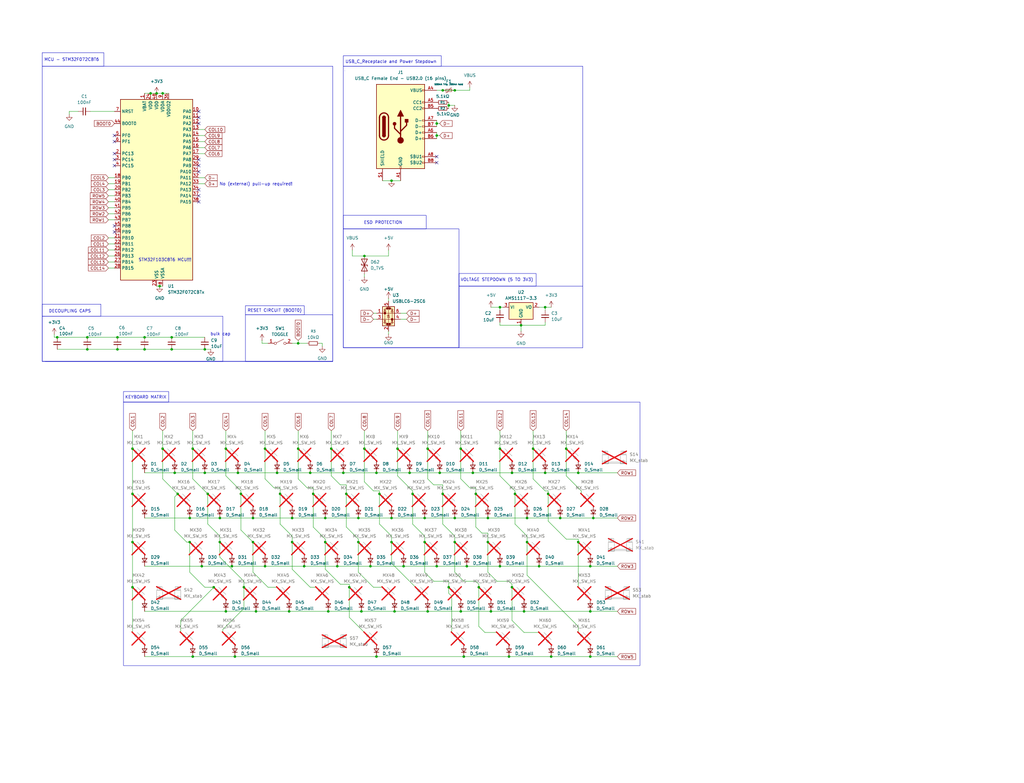
<source format=kicad_sch>
(kicad_sch (version 20250114) (generator "eeschema") (generator_version "9.0")
  (paper "User" 431.8 330.2)
  (lib_symbols
    (symbol "Connector:USB_C_Receptacle_USB2.0_16P" (pin_names (offset 1.016))
      (property "Reference" "J" (at 0 22.225 0))
      (property "Value" "USB_C_Receptacle_USB2.0_16P" (at 0 19.685 0))
      (symbol "USB_C_Receptacle_USB2.0_16P_1_1"
        (pin passive line (at -7.62 -22.86 90) (length 5.08) (name "SHIELD") (number "S1"))
        (pin passive line (at 0 -22.86 90) (length 5.08) (name "GND") (number "A1"))
        (pin passive line (at 0 -22.86 90) (length 5.08) (hide yes) (name "GND") (number "A12"))
        (pin passive line (at 0 -22.86 90) (length 5.08) (hide yes) (name "GND") (number "B1"))
        (pin passive line (at 0 -22.86 90) (length 5.08) (hide yes) (name "GND") (number "B12"))
        (pin passive line (at 15.24 15.24 180) (length 5.08) (name "VBUS") (number "A4"))
        (pin passive line (at 15.24 15.24 180) (length 5.08) (hide yes) (name "VBUS") (number "A9"))
        (pin passive line (at 15.24 15.24 180) (length 5.08) (hide yes) (name "VBUS") (number "B4"))
        (pin passive line (at 15.24 15.24 180) (length 5.08) (hide yes) (name "VBUS") (number "B9"))
        (pin bidirectional line (at 15.24 10.16 180) (length 5.08) (name "CC1") (number "A5"))
        (pin bidirectional line (at 15.24 7.62 180) (length 5.08) (name "CC2") (number "B5"))
        (pin bidirectional line (at 15.24 2.54 180) (length 5.08) (name "D-") (number "A7"))
        (pin bidirectional line (at 15.24 0 180) (length 5.08) (name "D-") (number "B7"))
        (pin bidirectional line (at 15.24 -2.54 180) (length 5.08) (name "D+") (number "A6"))
        (pin bidirectional line (at 15.24 -5.08 180) (length 5.08) (name "D+") (number "B6"))
        (pin bidirectional line (at 15.24 -12.7 180) (length 5.08) (name "SBU1") (number "A8"))
        (pin bidirectional line (at 15.24 -15.24 180) (length 5.08) (name "SBU2") (number "B8"))
      )
    )
    (symbol "Device:C_Small" (pin_numbers (hide yes)) (pin_names (offset 0.254) (hide yes))
      (property "Reference" "C" (at 0.254 1.778 0))
      (property "Value" "C_Small" (at 0.254 -2.032 0))
      (symbol "C_Small_1_1"
        (pin passive line (at 0 2.54 270) (length 2.032) (name "~") (number "1"))
        (pin passive line (at 0 -2.54 90) (length 2.032) (name "~") (number "2"))
      )
    )
    (symbol "Device:D_Small" (pin_numbers (hide yes)) (pin_names (offset 0.254) (hide yes))
      (property "Reference" "D" (at -1.27 2.032 0))
      (property "Value" "D_Small" (at -3.81 -2.032 0))
      (symbol "D_Small_1_1"
        (pin passive line (at -2.54 0 0) (length 1.778) (name "K") (number "1"))
        (pin passive line (at 2.54 0 180) (length 1.778) (name "A") (number "2"))
      )
    )
    (symbol "Device:D_TVS" (pin_numbers (hide yes)) (pin_names (offset 1.016) (hide yes))
      (property "Reference" "D" (at 0 2.54 0))
      (property "Value" "D_TVS" (at 0 -2.54 0))
      (symbol "D_TVS_1_1"
        (pin passive line (at -3.81 0 0) (length 2.54) (name "A1") (number "1"))
        (pin passive line (at 3.81 0 180) (length 2.54) (name "A2") (number "2"))
      )
    )
    (symbol "Device:Polyfuse_Small" (pin_numbers (hide yes)) (pin_names (offset 0))
      (property "Reference" "F" (at -1.905 0 90))
      (property "Value" "Polyfuse_Small" (at 1.905 0 90))
      (symbol "Polyfuse_Small_1_1"
        (pin passive line (at 0 2.54 270) (length 0.635) (name "~") (number "1"))
        (pin passive line (at 0 -2.54 90) (length 0.635) (name "~") (number "2"))
      )
    )
    (symbol "Device:R_Small" (pin_numbers (hide yes)) (pin_names (offset 0.254) (hide yes))
      (property "Reference" "R" (at 0 0 90))
      (property "Value" "R_Small" (at 1.778 0 90))
      (symbol "R_Small_1_1"
        (pin passive line (at 0 2.54 270) (length 0.762) (name "~") (number "1"))
        (pin passive line (at 0 -2.54 90) (length 0.762) (name "~") (number "2"))
      )
    )
    (symbol "MCU_ST_STM32F0:STM32F072CBTx"
      (property "Reference" "U" (at -15.24 39.37 0))
      (property "Value" "STM32F072CBTx" (at 7.62 39.37 0))
      (symbol "STM32F072CBTx_1_1"
        (pin input line (at -17.78 33.02 0) (length 2.54) (name "NRST") (number "7"))
        (pin input line (at -17.78 27.94 0) (length 2.54) (name "BOOT0") (number "44"))
        (pin bidirectional line (at -17.78 22.86 0) (length 2.54) (name "PF0") (number "5"))
        (pin bidirectional line (at -17.78 20.32 0) (length 2.54) (name "PF1") (number "6"))
        (pin bidirectional line (at -17.78 15.24 0) (length 2.54) (name "PC13") (number "2"))
        (pin bidirectional line (at -17.78 12.7 0) (length 2.54) (name "PC14") (number "3"))
        (pin bidirectional line (at -17.78 10.16 0) (length 2.54) (name "PC15") (number "4"))
        (pin bidirectional line (at -17.78 5.08 0) (length 2.54) (name "PB0") (number "18"))
        (pin bidirectional line (at -17.78 2.54 0) (length 2.54) (name "PB1") (number "19"))
        (pin bidirectional line (at -17.78 0 0) (length 2.54) (name "PB2") (number "20"))
        (pin bidirectional line (at -17.78 -2.54 0) (length 2.54) (name "PB3") (number "39"))
        (pin bidirectional line (at -17.78 -5.08 0) (length 2.54) (name "PB4") (number "40"))
        (pin bidirectional line (at -17.78 -7.62 0) (length 2.54) (name "PB5") (number "41"))
        (pin bidirectional line (at -17.78 -10.16 0) (length 2.54) (name "PB6") (number "42"))
        (pin bidirectional line (at -17.78 -12.7 0) (length 2.54) (name "PB7") (number "43"))
        (pin bidirectional line (at -17.78 -15.24 0) (length 2.54) (name "PB8") (number "45"))
        (pin bidirectional line (at -17.78 -17.78 0) (length 2.54) (name "PB9") (number "46"))
        (pin bidirectional line (at -17.78 -20.32 0) (length 2.54) (name "PB10") (number "21"))
        (pin bidirectional line (at -17.78 -22.86 0) (length 2.54) (name "PB11") (number "22"))
        (pin bidirectional line (at -17.78 -25.4 0) (length 2.54) (name "PB12") (number "25"))
        (pin bidirectional line (at -17.78 -27.94 0) (length 2.54) (name "PB13") (number "26"))
        (pin bidirectional line (at -17.78 -30.48 0) (length 2.54) (name "PB14") (number "27"))
        (pin bidirectional line (at -17.78 -33.02 0) (length 2.54) (name "PB15") (number "28"))
        (pin power_in line (at -5.08 40.64 270) (length 2.54) (name "VBAT") (number "1"))
        (pin power_in line (at -2.54 40.64 270) (length 2.54) (name "VDD") (number "24"))
        (pin power_in line (at 0 40.64 270) (length 2.54) (name "VDD") (number "48"))
        (pin power_in line (at 0 -40.64 90) (length 2.54) (name "VSS") (number "23"))
        (pin passive line (at 0 -40.64 90) (length 2.54) (hide yes) (name "VSS") (number "35"))
        (pin passive line (at 0 -40.64 90) (length 2.54) (hide yes) (name "VSS") (number "47"))
        (pin power_in line (at 2.54 40.64 270) (length 2.54) (name "VDDA") (number "9"))
        (pin power_in line (at 2.54 -40.64 90) (length 2.54) (name "VSSA") (number "8"))
        (pin power_in line (at 5.08 40.64 270) (length 2.54) (name "VDDIO2") (number "36"))
        (pin bidirectional line (at 17.78 33.02 180) (length 2.54) (name "PA0") (number "10"))
        (pin bidirectional line (at 17.78 30.48 180) (length 2.54) (name "PA1") (number "11"))
        (pin bidirectional line (at 17.78 27.94 180) (length 2.54) (name "PA2") (number "12"))
        (pin bidirectional line (at 17.78 25.4 180) (length 2.54) (name "PA3") (number "13"))
        (pin bidirectional line (at 17.78 22.86 180) (length 2.54) (name "PA4") (number "14"))
        (pin bidirectional line (at 17.78 20.32 180) (length 2.54) (name "PA5") (number "15"))
        (pin bidirectional line (at 17.78 17.78 180) (length 2.54) (name "PA6") (number "16"))
        (pin bidirectional line (at 17.78 15.24 180) (length 2.54) (name "PA7") (number "17"))
        (pin bidirectional line (at 17.78 12.7 180) (length 2.54) (name "PA8") (number "29"))
        (pin bidirectional line (at 17.78 10.16 180) (length 2.54) (name "PA9") (number "30"))
        (pin bidirectional line (at 17.78 7.62 180) (length 2.54) (name "PA10") (number "31"))
        (pin bidirectional line (at 17.78 5.08 180) (length 2.54) (name "PA11") (number "32"))
        (pin bidirectional line (at 17.78 2.54 180) (length 2.54) (name "PA12") (number "33"))
        (pin bidirectional line (at 17.78 0 180) (length 2.54) (name "PA13") (number "34"))
        (pin bidirectional line (at 17.78 -2.54 180) (length 2.54) (name "PA14") (number "37"))
        (pin bidirectional line (at 17.78 -5.08 180) (length 2.54) (name "PA15") (number "38"))
      )
    )
    (symbol "PCM_marbastlib-mx:MX_SW_HS_CPG151101S11" (pin_numbers (hide yes)) (pin_names (offset 1.016) (hide yes))
      (property "Reference" "MX" (at 3.048 1.016 0))
      (property "Value" "MX_SW_HS" (at 0 -3.81 0))
      (symbol "MX_SW_HS_CPG151101S11_0_1"
        (pin passive line (at -2.54 2.54 0) (length 0) (name "1") (number "1"))
        (pin passive line (at 2.54 -2.54 180) (length 0) (name "2") (number "2"))
      )
    )
    (symbol "PCM_marbastlib-mx:MX_stab" (pin_names (offset 1.016))
      (property "Reference" "S" (at -5.08 6.35 0))
      (property "Value" "MX_stab" (at -5.08 3.81 0))
    )
    (symbol "Power_Protection:USBLC6-2SC6" (pin_names (hide yes))
      (property "Reference" "U" (at 0.635 5.715 0))
      (property "Value" "USBLC6-2SC6" (at 0.635 3.81 0))
      (symbol "USBLC6-2SC6_1_1"
        (pin passive line (at -5.08 0 0) (length 2.54) (name "I/O1") (number "1"))
        (pin passive line (at -5.08 -2.54 0) (length 2.54) (name "I/O2") (number "3"))
        (pin passive line (at 0 5.08 270) (length 2.54) (name "VBUS") (number "5"))
        (pin passive line (at 0 -7.62 90) (length 2.54) (name "GND") (number "2"))
        (pin passive line (at 5.08 0 180) (length 2.54) (name "I/O1") (number "6"))
        (pin passive line (at 5.08 -2.54 180) (length 2.54) (name "I/O2") (number "4"))
      )
    )
    (symbol "Regulator_Linear:AMS1117-3.3"
      (property "Reference" "U" (at -3.81 3.175 0))
      (property "Value" "AMS1117-3.3" (at 0 3.175 0))
      (symbol "AMS1117-3.3_1_1"
        (pin power_in line (at -7.62 0 0) (length 2.54) (name "VI") (number "3"))
        (pin power_in line (at 0 -7.62 90) (length 2.54) (name "GND") (number "1"))
        (pin power_out line (at 7.62 0 180) (length 2.54) (name "VO") (number "2"))
      )
    )
    (symbol "Switch:SW_SPST" (pin_names (offset 0) (hide yes))
      (property "Reference" "SW" (at 0 3.175 0))
      (property "Value" "SW_SPST" (at 0 -2.54 0))
      (symbol "SW_SPST_1_1"
        (pin passive line (at -5.08 0 0) (length 2.54) (name "A") (number "1"))
        (pin passive line (at 5.08 0 180) (length 2.54) (name "B") (number "2"))
      )
    )
    (symbol "power:+3V3" (power) (pin_numbers (hide yes)) (pin_names (offset 0) (hide yes))
      (property "Value" "+3V3" (at 0 3.556 0))
      (symbol "+3V3_1_1"
        (pin power_in line (at 0 0 90) (length 0) (name "~") (number "1"))
      )
    )
    (symbol "power:+5V" (power) (pin_numbers (hide yes)) (pin_names (offset 0) (hide yes))
      (property "Value" "+5V" (at 0 3.556 0))
      (symbol "+5V_1_1"
        (pin power_in line (at 0 0 90) (length 0) (name "~") (number "1"))
      )
    )
    (symbol "power:GND" (power) (pin_numbers (hide yes)) (pin_names (offset 0) (hide yes))
      (property "Value" "GND" (at 0 -3.81 0))
      (symbol "GND_1_1"
        (pin power_in line (at 0 0 270) (length 0) (name "~") (number "1"))
      )
    )
    (symbol "power:VBUS" (power) (pin_numbers (hide yes)) (pin_names (offset 0) (hide yes))
      (property "Value" "VBUS" (at 0 3.556 0))
      (symbol "VBUS_1_1"
        (pin power_in line (at 0 0 90) (length 0) (name "~") (number "1"))
      )
    )
  )
  (rectangle (start 147.32 118.11) (end 147.32 118.11))
  (rectangle (start 144.78 23.495) (end 186.055 27.94))
  (rectangle (start 144.78 90.805) (end 179.705 96.52))
  (rectangle (start 17.78 27.94) (end 140.335 152.4))
  (rectangle (start 193.548 115.316) (end 226.06 120.65))
  (rectangle (start 17.78 22.225) (end 43.815 27.94))
  (rectangle (start 17.78 133.35) (end 93.98 152.4))
  (rectangle (start 17.78 128.27) (end 42.545 133.35))
  (rectangle (start 52.07 165.1) (end 71.12 169.545))
  (rectangle (start 52.07 169.545) (end 269.875 280.67))
  (rectangle (start 144.78 27.94) (end 245.745 146.685))
  (rectangle (start 103.505 128.905) (end 128.27 132.715))
  (rectangle (start 103.505 132.715) (end 140.335 152.4))
  (rectangle (start 144.78 96.52) (end 193.548 146.558))
  (rectangle (start 147.32 118.11) (end 147.32 118.11))
  (rectangle (start 145.415 29.845) (end 145.415 29.845))
  (text "USB_C_Receptacle and Power Stepdown\n" (at 164.846 26.162 0) (effects (font (size 1.27 1.27))))
  (text "DECOUPLING CAPS" (at 29.464 131.318 0) (effects (font (size 1.27 1.27))))
  (text "KEYBOARD MATRIX" (at 61.468 167.64 0) (effects (font (size 1.27 1.27))))
  (text "MCU - STM32F072CBT6" (at 30.226 25.273 0) (effects (font (size 1.27 1.27))))
  (text "bulk cap" (at 92.964 140.97 0) (effects (font (size 1.27 1.27))))
  (text "VOLTAGE STEPDOWN (5 TO 3V3)" (at 209.55 118.11 0) (effects (font (size 1.27 1.27))))
  (text "STM32F103C8T6 MCU!!!" (at 69.596 109.728 0) (effects (font (size 1.27 1.27))))
  (text "No (external) pull-up required!" (at 107.95 77.724 0) (effects (font (size 1.27 1.27))))
  (text "ESD PROTECTION" (at 161.544 93.98 0) (effects (font (size 1.27 1.27))))
  (text "RESET CIRCUIT (BOOT0)" (at 115.824 131.064 0) (effects (font (size 1.27 1.27))))
  (junction (at 179.07 218.44))
  (junction (at 63.5 39.37))
  (junction (at 191.77 228.6))
  (junction (at 151.13 228.6))
  (junction (at 224.79 189.23))
  (junction (at 207.01 257.81))
  (junction (at 217.17 208.28))
  (junction (at 55.88 228.6))
  (junction (at 158.75 276.86))
  (junction (at 87.63 208.28))
  (junction (at 142.24 238.76))
  (junction (at 222.25 228.6))
  (junction (at 106.68 228.6))
  (junction (at 179.07 228.6))
  (junction (at 92.71 228.6))
  (junction (at 116.84 199.39))
  (junction (at 125.73 144.78))
  (junction (at 180.34 189.23))
  (junction (at 191.77 218.44))
  (junction (at 153.67 189.23))
  (junction (at 236.22 218.44))
  (junction (at 222.25 218.44))
  (junction (at 111.76 189.23))
  (junction (at 139.7 189.23))
  (junction (at 111.76 238.76))
  (junction (at 184.15 57.15))
  (junction (at 66.04 39.37))
  (junction (at 36.83 142.24))
  (junction (at 130.81 199.39))
  (junction (at 125.73 189.23))
  (junction (at 95.25 189.23))
  (junction (at 138.43 257.81))
  (junction (at 60.96 147.32))
  (junction (at 185.42 199.39))
  (junction (at 200.66 208.28))
  (junction (at 106.68 218.44))
  (junction (at 205.74 228.6))
  (junction (at 158.75 199.39))
  (junction (at 229.87 129.54))
  (junction (at 24.13 142.24))
  (junction (at 167.64 189.23))
  (junction (at 248.92 257.81))
  (junction (at 137.16 228.6))
  (junction (at 67.31 120.65))
  (junction (at 165.1 228.6))
  (junction (at 173.99 208.28))
  (junction (at 123.19 218.44))
  (junction (at 165.1 218.44))
  (junction (at 172.72 199.39))
  (junction (at 86.36 147.32))
  (junction (at 151.13 218.44))
  (junction (at 36.83 147.32))
  (junction (at 250.19 218.44))
  (junction (at 86.36 199.39))
  (junction (at 215.9 247.65))
  (junction (at 74.93 208.28))
  (junction (at 243.84 199.39))
  (junction (at 99.06 276.86))
  (junction (at 132.08 208.28))
  (junction (at 156.21 238.76))
  (junction (at 243.84 228.6))
  (junction (at 166.37 257.81))
  (junction (at 55.88 189.23))
  (junction (at 68.58 39.37))
  (junction (at 97.79 238.76))
  (junction (at 231.14 208.28))
  (junction (at 146.05 208.28))
  (junction (at 194.31 257.81))
  (junction (at 214.63 276.86))
  (junction (at 81.28 189.23))
  (junction (at 210.82 129.54))
  (junction (at 210.82 238.76))
  (junction (at 128.27 238.76))
  (junction (at 186.69 208.28))
  (junction (at 100.33 199.39))
  (junction (at 80.01 218.44))
  (junction (at 107.95 257.81))
  (junction (at 180.34 257.81))
  (junction (at 153.67 107.95))
  (junction (at 92.71 218.44))
  (junction (at 118.11 208.28))
  (junction (at 72.39 147.32))
  (junction (at 194.31 189.23))
  (junction (at 49.53 142.24))
  (junction (at 121.92 257.81))
  (junction (at 60.96 142.24))
  (junction (at 81.28 276.86))
  (junction (at 229.87 199.39))
  (junction (at 68.58 189.23))
  (junction (at 80.01 228.6))
  (junction (at 137.16 218.44))
  (junction (at 199.39 199.39))
  (junction (at 101.6 208.28))
  (junction (at 220.98 257.81))
  (junction (at 238.76 189.23))
  (junction (at 248.92 276.86))
  (junction (at 196.85 238.76))
  (junction (at 227.33 238.76))
  (junction (at 90.17 247.65))
  (junction (at 73.66 199.39))
  (junction (at 144.78 199.39))
  (junction (at 210.82 189.23))
  (junction (at 85.09 238.76))
  (junction (at 195.58 276.86))
  (junction (at 152.4 257.81))
  (junction (at 55.88 247.65))
  (junction (at 189.23 44.45))
  (junction (at 49.53 147.32))
  (junction (at 123.19 228.6))
  (junction (at 186.69 38.1))
  (junction (at 215.9 199.39))
  (junction (at 248.92 238.76))
  (junction (at 232.41 276.86))
  (junction (at 201.93 247.65))
  (junction (at 191.77 38.1))
  (junction (at 160.02 208.28))
  (junction (at 189.23 247.65))
  (junction (at 95.25 257.81))
  (junction (at 184.15 52.07))
  (junction (at 165.1 76.2))
  (junction (at 184.15 238.76))
  (junction (at 55.88 208.28))
  (junction (at 219.71 137.16))
  (junction (at 170.18 238.76))
  (junction (at 205.74 218.44))
  (junction (at 147.32 247.65))
  (junction (at 72.39 142.24))
  (junction (at 102.87 247.65))
  (no_connect (at 83.82 46.99))
  (no_connect (at 83.82 69.85))
  (no_connect (at 83.82 82.55))
  (no_connect (at 48.26 97.79))
  (no_connect (at 83.82 67.31))
  (no_connect (at 48.26 69.85))
  (no_connect (at 48.26 95.25))
  (no_connect (at 48.26 67.31))
  (no_connect (at 48.26 64.77))
  (no_connect (at 83.82 80.01))
  (no_connect (at 83.82 72.39))
  (no_connect (at 184.15 66.04))
  (no_connect (at 48.26 59.69))
  (no_connect (at 48.26 57.15))
  (no_connect (at 83.82 52.07))
  (no_connect (at 83.82 49.53))
  (no_connect (at 83.82 85.09))
  (no_connect (at 184.15 68.58))
  (wire (pts (xy 214.63 276.86) (xy 232.41 276.86)))
  (wire (pts (xy 146.05 204.47) (xy 143.51 204.47)))
  (wire (pts (xy 45.72 105.41) (xy 48.26 105.41)))
  (wire (pts (xy 165.1 228.6) (xy 165.1 237.49)))
  (wire (pts (xy 86.36 147.32) (xy 88.9 147.32)))
  (wire (pts (xy 36.83 142.24) (xy 24.13 142.24)))
  (wire (pts (xy 250.19 218.44) (xy 260.35 218.44)))
  (wire (pts (xy 180.34 181.61) (xy 180.34 189.23)))
  (wire (pts (xy 163.83 125.73) (xy 163.83 127)))
  (wire (pts (xy 68.58 189.23) (xy 68.58 201.93)))
  (wire (pts (xy 148.59 105.41) (xy 148.59 107.95)))
  (wire (pts (xy 60.96 218.44) (xy 80.01 218.44)))
  (wire (pts (xy 110.49 144.78) (xy 113.03 144.78)))
  (wire (pts (xy 49.53 142.24) (xy 36.83 142.24)))
  (wire (pts (xy 45.72 85.09) (xy 48.26 85.09)))
  (wire (pts (xy 158.75 276.86) (xy 195.58 276.86)))
  (wire (pts (xy 227.33 266.7) (xy 220.98 266.7)))
  (wire (pts (xy 201.93 247.65) (xy 201.93 246.38)))
  (wire (pts (xy 214.63 245.11) (xy 209.55 245.11)))
  (wire (pts (xy 80.01 218.44) (xy 92.71 218.44)))
  (wire (pts (xy 210.82 181.61) (xy 210.82 189.23)))
  (wire (pts (xy 245.11 207.01) (xy 238.76 200.66)))
  (wire (pts (xy 200.66 245.11) (xy 195.58 245.11)))
  (wire (pts (xy 45.72 107.95) (xy 48.26 107.95)))
  (wire (pts (xy 137.16 218.44) (xy 151.13 218.44)))
  (wire (pts (xy 49.53 147.32) (xy 60.96 147.32)))
  (wire (pts (xy 204.47 266.7) (xy 201.93 264.16)))
  (wire (pts (xy 73.66 223.52) (xy 78.74 228.6)))
  (wire (pts (xy 190.5 266.7) (xy 190.5 251.46)))
  (wire (pts (xy 248.92 238.76) (xy 260.35 238.76)))
  (wire (pts (xy 163.83 105.41) (xy 163.83 107.95)))
  (wire (pts (xy 215.9 261.62) (xy 215.9 247.65)))
  (wire (pts (xy 135.89 144.78) (xy 134.62 144.78)))
  (wire (pts (xy 190.5 251.46) (xy 189.23 250.19)))
  (wire (pts (xy 185.42 199.39) (xy 199.39 199.39)))
  (polyline (pts (xy 19.05 152.4) (xy 140.335 152.4)))
  (wire (pts (xy 186.69 204.47) (xy 182.88 204.47)))
  (wire (pts (xy 201.93 246.38) (xy 200.66 245.11)))
  (wire (pts (xy 102.87 245.11) (xy 92.71 234.95)))
  (wire (pts (xy 93.98 266.7) (xy 93.98 265.43)))
  (wire (pts (xy 123.19 218.44) (xy 137.16 218.44)))
  (wire (pts (xy 205.74 224.79) (xy 205.74 228.6)))
  (wire (pts (xy 29.21 46.99) (xy 29.21 48.26)))
  (wire (pts (xy 205.74 224.79) (xy 203.2 224.79)))
  (wire (pts (xy 85.09 238.76) (xy 97.79 238.76)))
  (wire (pts (xy 182.88 245.11) (xy 179.07 241.3)))
  (wire (pts (xy 95.25 181.61) (xy 95.25 189.23)))
  (wire (pts (xy 83.82 62.23) (xy 86.36 62.23)))
  (wire (pts (xy 215.9 247.65) (xy 215.9 246.38)))
  (wire (pts (xy 201.93 264.16) (xy 201.93 247.65)))
  (wire (pts (xy 80.01 228.6) (xy 78.74 228.6)))
  (wire (pts (xy 210.82 238.76) (xy 227.33 238.76)))
  (wire (pts (xy 157.48 132.08) (xy 158.75 132.08)))
  (wire (pts (xy 95.25 189.23) (xy 95.25 200.66)))
  (wire (pts (xy 45.72 90.17) (xy 48.26 90.17)))
  (wire (pts (xy 156.21 238.76) (xy 170.18 238.76)))
  (wire (pts (xy 101.6 207.01) (xy 95.25 200.66)))
  (wire (pts (xy 220.98 257.81) (xy 248.92 257.81)))
  (wire (pts (xy 184.15 50.8) (xy 184.15 52.07)))
  (wire (pts (xy 158.75 199.39) (xy 172.72 199.39)))
  (wire (pts (xy 167.64 181.61) (xy 167.64 189.23)))
  (wire (pts (xy 224.79 189.23) (xy 224.79 201.93)))
  (wire (pts (xy 166.37 257.81) (xy 180.34 257.81)))
  (wire (pts (xy 161.29 247.65) (xy 157.48 247.65)))
  (wire (pts (xy 236.22 218.44) (xy 250.19 218.44)))
  (wire (pts (xy 153.67 181.61) (xy 153.67 189.23)))
  (wire (pts (xy 186.69 38.1) (xy 191.77 38.1)))
  (wire (pts (xy 95.25 257.81) (xy 107.95 257.81)))
  (wire (pts (xy 151.13 227.33) (xy 146.05 222.25)))
  (wire (pts (xy 152.4 257.81) (xy 166.37 257.81)))
  (wire (pts (xy 36.83 147.32) (xy 49.53 147.32)))
  (wire (pts (xy 161.29 76.2) (xy 165.1 76.2)))
  (wire (pts (xy 92.71 228.6) (xy 92.71 226.06)))
  (wire (pts (xy 60.96 39.37) (xy 63.5 39.37)))
  (wire (pts (xy 86.36 199.39) (xy 100.33 199.39)))
  (wire (pts (xy 60.96 257.81) (xy 95.25 257.81)))
  (wire (pts (xy 24.13 142.24) (xy 22.86 142.24)))
  (wire (pts (xy 153.67 115.57) (xy 153.67 116.84)))
  (wire (pts (xy 139.7 181.61) (xy 139.7 189.23)))
  (wire (pts (xy 195.58 245.11) (xy 191.77 241.3)))
  (wire (pts (xy 186.69 204.47) (xy 186.69 208.28)))
  (wire (pts (xy 45.72 80.01) (xy 48.26 80.01)))
  (wire (pts (xy 227.33 129.54) (xy 229.87 129.54)))
  (wire (pts (xy 45.72 110.49) (xy 48.26 110.49)))
  (wire (pts (xy 217.17 208.28) (xy 217.17 220.98)))
  (wire (pts (xy 184.15 57.15) (xy 184.15 58.42)))
  (wire (pts (xy 90.17 247.65) (xy 86.36 247.65)))
  (wire (pts (xy 60.96 147.32) (xy 72.39 147.32)))
  (wire (pts (xy 157.48 134.62) (xy 158.75 134.62)))
  (wire (pts (xy 168.91 132.08) (xy 171.45 132.08)))
  (wire (pts (xy 86.36 247.65) (xy 80.01 241.3)))
  (wire (pts (xy 194.31 257.81) (xy 207.01 257.81)))
  (wire (pts (xy 45.72 100.33) (xy 48.26 100.33)))
  (wire (pts (xy 132.08 205.74) (xy 132.08 208.28)))
  (wire (pts (xy 179.07 226.06) (xy 173.99 220.98)))
  (wire (pts (xy 209.55 266.7) (xy 204.47 266.7)))
  (wire (pts (xy 147.32 246.38) (xy 147.32 247.65)))
  (wire (pts (xy 129.54 205.74) (xy 125.73 201.93)))
  (wire (pts (xy 87.63 208.28) (xy 81.28 201.93)))
  (wire (pts (xy 76.2 261.62) (xy 90.17 247.65)))
  (wire (pts (xy 142.24 238.76) (xy 156.21 238.76)))
  (wire (pts (xy 132.08 205.74) (xy 129.54 205.74)))
  (wire (pts (xy 222.25 228.6) (xy 222.25 242.57)))
  (wire (pts (xy 72.39 147.32) (xy 86.36 147.32)))
  (wire (pts (xy 111.76 238.76) (xy 128.27 238.76)))
  (wire (pts (xy 116.84 199.39) (xy 130.81 199.39)))
  (wire (pts (xy 29.21 46.99) (xy 33.02 46.99)))
  (wire (pts (xy 45.72 113.03) (xy 48.26 113.03)))
  (wire (pts (xy 184.15 238.76) (xy 196.85 238.76)))
  (wire (pts (xy 231.14 207.01) (xy 231.14 208.28)))
  (wire (pts (xy 55.88 228.6) (xy 55.88 208.28)))
  (wire (pts (xy 184.15 38.1) (xy 186.69 38.1)))
  (wire (pts (xy 137.16 227.33) (xy 132.08 222.25)))
  (wire (pts (xy 191.77 241.3) (xy 191.77 228.6)))
  (wire (pts (xy 123.19 226.06) (xy 118.11 220.98)))
  (polyline (pts (xy 193.675 120.65) (xy 245.745 120.65)))
  (wire (pts (xy 189.23 245.11) (xy 189.23 247.65)))
  (wire (pts (xy 102.87 247.65) (xy 102.87 256.54)))
  (wire (pts (xy 165.1 76.2) (xy 168.91 76.2)))
  (wire (pts (xy 220.98 266.7) (xy 215.9 261.62)))
  (wire (pts (xy 231.14 207.01) (xy 229.87 207.01)))
  (wire (pts (xy 194.31 189.23) (xy 194.31 201.93)))
  (wire (pts (xy 68.58 39.37) (xy 71.12 39.37)))
  (wire (pts (xy 248.92 276.86) (xy 260.35 276.86)))
  (wire (pts (xy 130.81 199.39) (xy 144.78 199.39)))
  (wire (pts (xy 229.87 129.54) (xy 232.41 129.54)))
  (wire (pts (xy 76.2 266.7) (xy 76.2 261.62)))
  (wire (pts (xy 60.96 276.86) (xy 81.28 276.86)))
  (wire (pts (xy 60.96 238.76) (xy 85.09 238.76)))
  (wire (pts (xy 210.82 129.54) (xy 212.09 129.54)))
  (wire (pts (xy 189.23 43.18) (xy 189.23 44.45)))
  (wire (pts (xy 22.86 140.97) (xy 22.86 142.24)))
  (wire (pts (xy 184.15 52.07) (xy 184.15 53.34)))
  (wire (pts (xy 173.99 207.01) (xy 167.64 200.66)))
  (wire (pts (xy 215.9 199.39) (xy 229.87 199.39)))
  (wire (pts (xy 86.36 77.47) (xy 83.82 77.47)))
  (wire (pts (xy 170.18 238.76) (xy 184.15 238.76)))
  (wire (pts (xy 146.05 204.47) (xy 146.05 208.28)))
  (wire (pts (xy 205.74 228.6) (xy 205.74 241.3)))
  (wire (pts (xy 45.72 74.93) (xy 48.26 74.93)))
  (wire (pts (xy 55.88 247.65) (xy 55.88 228.6)))
  (wire (pts (xy 110.49 143.51) (xy 110.49 144.78)))
  (wire (pts (xy 232.41 276.86) (xy 248.92 276.86)))
  (wire (pts (xy 24.13 147.32) (xy 36.83 147.32)))
  (wire (pts (xy 81.28 181.61) (xy 81.28 189.23)))
  (wire (pts (xy 106.68 218.44) (xy 123.19 218.44)))
  (wire (pts (xy 81.28 189.23) (xy 81.28 201.93)))
  (wire (pts (xy 238.76 189.23) (xy 238.76 200.66)))
  (wire (pts (xy 243.84 199.39) (xy 260.35 199.39)))
  (wire (pts (xy 151.13 228.6) (xy 151.13 227.33)))
  (wire (pts (xy 123.19 228.6) (xy 123.19 240.03)))
  (wire (pts (xy 227.33 238.76) (xy 248.92 238.76)))
  (wire (pts (xy 231.14 208.28) (xy 231.14 219.71)))
  (wire (pts (xy 125.73 143.51) (xy 125.73 144.78)))
  (wire (pts (xy 167.64 189.23) (xy 167.64 200.66)))
  (wire (pts (xy 125.73 144.78) (xy 129.54 144.78)))
  (wire (pts (xy 153.67 107.95) (xy 163.83 107.95)))
  (wire (pts (xy 184.15 52.07) (xy 185.42 52.07)))
  (wire (pts (xy 45.72 102.87) (xy 48.26 102.87)))
  (wire (pts (xy 219.71 137.16) (xy 229.87 137.16)))
  (wire (pts (xy 180.34 189.23) (xy 180.34 201.93)))
  (wire (pts (xy 217.17 207.01) (xy 210.82 200.66)))
  (wire (pts (xy 222.25 218.44) (xy 236.22 218.44)))
  (wire (pts (xy 198.12 36.83) (xy 198.12 38.1)))
  (wire (pts (xy 157.48 207.01) (xy 153.67 203.2)))
  (wire (pts (xy 180.34 257.81) (xy 194.31 257.81)))
  (wire (pts (xy 238.76 227.33) (xy 231.14 219.71)))
  (wire (pts (xy 86.36 74.93) (xy 83.82 74.93)))
  (wire (pts (xy 113.03 247.65) (xy 106.68 241.3)))
  (wire (pts (xy 92.71 228.6) (xy 92.71 234.95)))
  (wire (pts (xy 83.82 54.61) (xy 86.36 54.61)))
  (wire (pts (xy 144.78 199.39) (xy 158.75 199.39)))
  (wire (pts (xy 153.67 107.95) (xy 148.59 107.95)))
  (wire (pts (xy 199.39 199.39) (xy 215.9 199.39)))
  (wire (pts (xy 160.02 208.28) (xy 160.02 220.98)))
  (wire (pts (xy 67.31 120.65) (xy 68.58 120.65)))
  (wire (pts (xy 153.67 266.7) (xy 147.32 260.35)))
  (wire (pts (xy 210.82 129.54) (xy 210.82 130.81)))
  (wire (pts (xy 132.08 208.28) (xy 132.08 222.25)))
  (wire (pts (xy 137.16 228.6) (xy 137.16 240.03)))
  (wire (pts (xy 123.19 226.06) (xy 123.19 228.6)))
  (wire (pts (xy 191.77 218.44) (xy 205.74 218.44)))
  (wire (pts (xy 101.6 208.28) (xy 101.6 207.01)))
  (wire (pts (xy 191.77 228.6) (xy 191.77 226.06)))
  (wire (pts (xy 100.33 199.39) (xy 116.84 199.39)))
  (wire (pts (xy 118.11 208.28) (xy 118.11 220.98)))
  (wire (pts (xy 55.88 208.28) (xy 55.88 189.23)))
  (wire (pts (xy 107.95 257.81) (xy 121.92 257.81)))
  (wire (pts (xy 151.13 228.6) (xy 151.13 241.3)))
  (wire (pts (xy 160.02 207.01) (xy 157.48 207.01)))
  (wire (pts (xy 147.32 247.65) (xy 147.32 260.35)))
  (wire (pts (xy 133.35 247.65) (xy 130.81 247.65)))
  (wire (pts (xy 215.9 246.38) (xy 214.63 245.11)))
  (wire (pts (xy 173.99 207.01) (xy 173.99 208.28)))
  (wire (pts (xy 163.83 140.97) (xy 163.83 139.7)))
  (wire (pts (xy 168.91 134.62) (xy 171.45 134.62)))
  (wire (pts (xy 210.82 137.16) (xy 219.71 137.16)))
  (wire (pts (xy 222.25 226.06) (xy 217.17 220.98)))
  (wire (pts (xy 243.84 227.33) (xy 243.84 228.6)))
  (wire (pts (xy 118.11 205.74) (xy 118.11 208.28)))
  (wire (pts (xy 184.15 55.88) (xy 184.15 57.15)))
  (wire (pts (xy 111.76 189.23) (xy 111.76 201.93)))
  (wire (pts (xy 222.25 226.06) (xy 222.25 228.6)))
  (wire (pts (xy 184.15 57.15) (xy 185.42 57.15)))
  (wire (pts (xy 97.79 238.76) (xy 111.76 238.76)))
  (wire (pts (xy 229.87 135.89) (xy 229.87 137.16)))
  (wire (pts (xy 243.84 227.33) (xy 238.76 227.33)))
  (wire (pts (xy 45.72 82.55) (xy 48.26 82.55)))
  (wire (pts (xy 165.1 226.06) (xy 160.02 220.98)))
  (wire (pts (xy 73.66 209.55) (xy 74.93 208.28)))
  (wire (pts (xy 165.1 226.06) (xy 165.1 228.6)))
  (wire (pts (xy 83.82 59.69) (xy 86.36 59.69)))
  (wire (pts (xy 83.82 64.77) (xy 86.36 64.77)))
  (wire (pts (xy 38.1 46.99) (xy 48.26 46.99)))
  (wire (pts (xy 143.51 204.47) (xy 139.7 200.66)))
  (wire (pts (xy 219.71 137.16) (xy 219.71 139.7)))
  (wire (pts (xy 146.05 208.28) (xy 146.05 222.25)))
  (wire (pts (xy 66.04 120.65) (xy 67.31 120.65)))
  (wire (pts (xy 209.55 245.11) (xy 205.74 241.3)))
  (wire (pts (xy 106.68 228.6) (xy 101.6 223.52)))
  (wire (pts (xy 172.72 199.39) (xy 185.42 199.39)))
  (wire (pts (xy 179.07 228.6) (xy 179.07 241.3)))
  (wire (pts (xy 116.84 247.65) (xy 113.03 247.65)))
  (wire (pts (xy 203.2 224.79) (xy 200.66 222.25)))
  (wire (pts (xy 81.28 276.86) (xy 99.06 276.86)))
  (wire (pts (xy 137.16 227.33) (xy 137.16 228.6)))
  (wire (pts (xy 87.63 208.28) (xy 87.63 220.98)))
  (wire (pts (xy 74.93 208.28) (xy 68.58 201.93)))
  (wire (pts (xy 189.23 245.11) (xy 182.88 245.11)))
  (wire (pts (xy 238.76 181.61) (xy 238.76 189.23)))
  (wire (pts (xy 194.31 181.61) (xy 194.31 189.23)))
  (wire (pts (xy 200.66 205.74) (xy 198.12 205.74)))
  (wire (pts (xy 147.32 246.38) (xy 143.51 246.38)))
  (wire (pts (xy 55.88 181.61) (xy 55.88 189.23)))
  (wire (pts (xy 207.01 129.54) (xy 210.82 129.54)))
  (wire (pts (xy 111.76 181.61) (xy 111.76 189.23)))
  (wire (pts (xy 63.5 39.37) (xy 66.04 39.37)))
  (wire (pts (xy 245.11 208.28) (xy 245.11 207.01)))
  (wire (pts (xy 217.17 207.01) (xy 217.17 208.28)))
  (wire (pts (xy 189.23 44.45) (xy 189.23 45.72)))
  (wire (pts (xy 229.87 199.39) (xy 243.84 199.39)))
  (wire (pts (xy 175.26 247.65) (xy 165.1 237.49)))
  (wire (pts (xy 229.87 129.54) (xy 229.87 130.81)))
  (wire (pts (xy 205.74 218.44) (xy 222.25 218.44)))
  (wire (pts (xy 128.27 238.76) (xy 142.24 238.76)))
  (wire (pts (xy 121.92 257.81) (xy 138.43 257.81)))
  (wire (pts (xy 45.72 87.63) (xy 48.26 87.63)))
  (wire (pts (xy 182.88 204.47) (xy 180.34 201.93)))
  (wire (pts (xy 191.77 226.06) (xy 186.69 220.98)))
  (wire (pts (xy 179.07 226.06) (xy 179.07 228.6)))
  (wire (pts (xy 99.06 276.86) (xy 158.75 276.86)))
  (wire (pts (xy 229.87 207.01) (xy 224.79 201.93)))
  (wire (pts (xy 80.01 228.6) (xy 80.01 241.3)))
  (wire (pts (xy 210.82 135.89) (xy 210.82 137.16)))
  (wire (pts (xy 101.6 208.28) (xy 101.6 223.52)))
  (wire (pts (xy 125.73 189.23) (xy 125.73 201.93)))
  (wire (pts (xy 115.57 205.74) (xy 111.76 201.93)))
  (wire (pts (xy 195.58 276.86) (xy 214.63 276.86)))
  (wire (pts (xy 153.67 189.23) (xy 153.67 203.2)))
  (wire (pts (xy 186.69 208.28) (xy 186.69 220.98)))
  (wire (pts (xy 243.84 264.16) (xy 222.25 242.57)))
  (wire (pts (xy 92.71 226.06) (xy 87.63 220.98)))
  (wire (pts (xy 93.98 265.43) (xy 102.87 256.54)))
  (wire (pts (xy 157.48 247.65) (xy 151.13 241.3)))
  (wire (pts (xy 92.71 218.44) (xy 106.68 218.44)))
  (wire (pts (xy 173.99 208.28) (xy 173.99 220.98)))
  (wire (pts (xy 45.72 77.47) (xy 48.26 77.47)))
  (wire (pts (xy 68.58 181.61) (xy 68.58 189.23)))
  (wire (pts (xy 66.04 39.37) (xy 68.58 39.37)))
  (wire (pts (xy 200.66 205.74) (xy 200.66 208.28)))
  (wire (pts (xy 60.96 199.39) (xy 73.66 199.39)))
  (polyline (pts (xy 193.548 120.65) (xy 193.548 146.558)))
  (wire (pts (xy 73.66 199.39) (xy 86.36 199.39)))
  (wire (pts (xy 243.84 228.6) (xy 243.84 247.65)))
  (wire (pts (xy 165.1 218.44) (xy 179.07 218.44)))
  (wire (pts (xy 243.84 266.7) (xy 243.84 264.16)))
  (wire (pts (xy 138.43 257.81) (xy 152.4 257.81)))
  (wire (pts (xy 83.82 57.15) (xy 86.36 57.15)))
  (wire (pts (xy 198.12 205.74) (xy 194.31 201.93)))
  (wire (pts (xy 45.72 92.71) (xy 48.26 92.71)))
  (wire (pts (xy 200.66 208.28) (xy 200.66 222.25)))
  (wire (pts (xy 118.11 205.74) (xy 115.57 205.74)))
  (wire (pts (xy 191.77 44.45) (xy 189.23 44.45)))
  (wire (pts (xy 55.88 266.7) (xy 55.88 247.65)))
  (wire (pts (xy 143.51 246.38) (xy 137.16 240.03)))
  (wire (pts (xy 207.01 257.81) (xy 220.98 257.81)))
  (wire (pts (xy 135.89 144.78) (xy 135.89 146.05)))
  (wire (pts (xy 151.13 218.44) (xy 165.1 218.44)))
  (wire (pts (xy 72.39 142.24) (xy 60.96 142.24)))
  (wire (pts (xy 86.36 142.24) (xy 72.39 142.24)))
  (wire (pts (xy 179.07 218.44) (xy 191.77 218.44)))
  (wire (pts (xy 224.79 181.61) (xy 224.79 189.23)))
  (wire (pts (xy 210.82 189.23) (xy 210.82 200.66)))
  (wire (pts (xy 60.96 142.24) (xy 49.53 142.24)))
  (wire (pts (xy 139.7 189.23) (xy 139.7 200.66)))
  (wire (pts (xy 102.87 247.65) (xy 102.87 245.11)))
  (wire (pts (xy 73.66 223.52) (xy 73.66 209.55)))
  (wire (pts (xy 248.92 257.81) (xy 260.35 257.81)))
  (wire (pts (xy 160.02 207.01) (xy 160.02 208.28)))
  (wire (pts (xy 191.77 38.1) (xy 198.12 38.1)))
  (wire (pts (xy 123.19 144.78) (xy 125.73 144.78)))
  (wire (pts (xy 196.85 238.76) (xy 210.82 238.76)))
  (wire (pts (xy 189.23 247.65) (xy 189.23 250.19)))
  (wire (pts (xy 106.68 228.6) (xy 106.68 241.3)))
  (wire (pts (xy 125.73 181.61) (xy 125.73 189.23)))
  (wire (pts (xy 130.81 247.65) (xy 123.19 240.03)))
  (global_label "COL14" (shape input) (at 45.72 113.03 180) (property "Intersheetrefs" "${INTERSHEET_REFS}" (effects (hide yes))))
  (global_label "COL4" (shape input) (at 45.72 77.47 180) (property "Intersheetrefs" "${INTERSHEET_REFS}" (effects (hide yes))))
  (global_label "COL3" (shape input) (at 81.28 181.61 90) (property "Intersheetrefs" "${INTERSHEET_REFS}" (effects (hide yes))))
  (global_label "ROW1" (shape input) (at 260.35 199.39 0) (property "Intersheetrefs" "${INTERSHEET_REFS}" (effects (hide yes))))
  (global_label "COL10" (shape input) (at 86.36 54.61 0) (property "Intersheetrefs" "${INTERSHEET_REFS}" (effects (hide yes))))
  (global_label "COL6" (shape input) (at 86.36 64.77 0) (property "Intersheetrefs" "${INTERSHEET_REFS}" (effects (hide yes))))
  (global_label "ROW5" (shape input) (at 45.72 82.55 180) (property "Intersheetrefs" "${INTERSHEET_REFS}" (effects (hide yes))))
  (global_label "COL8" (shape input) (at 86.36 59.69 0) (property "Intersheetrefs" "${INTERSHEET_REFS}" (effects (hide yes))))
  (global_label "COL4" (shape input) (at 95.25 181.61 90) (property "Intersheetrefs" "${INTERSHEET_REFS}" (effects (hide yes))))
  (global_label "ROW2" (shape input) (at 45.72 90.17 180) (property "Intersheetrefs" "${INTERSHEET_REFS}" (effects (hide yes))))
  (global_label "COL9" (shape input) (at 86.36 57.15 0) (property "Intersheetrefs" "${INTERSHEET_REFS}" (effects (hide yes))))
  (global_label "COL8" (shape input) (at 153.67 181.61 90) (property "Intersheetrefs" "${INTERSHEET_REFS}" (effects (hide yes))))
  (global_label "D-" (shape input) (at 157.48 134.62 180) (property "Intersheetrefs" "${INTERSHEET_REFS}" (effects (hide yes))))
  (global_label "COL13" (shape input) (at 224.79 181.61 90) (property "Intersheetrefs" "${INTERSHEET_REFS}" (effects (hide yes))))
  (global_label "ROW1" (shape input) (at 45.72 92.71 180) (property "Intersheetrefs" "${INTERSHEET_REFS}" (effects (hide yes))))
  (global_label "BOOT0" (shape input) (at 48.26 52.07 180) (property "Intersheetrefs" "${INTERSHEET_REFS}" (effects (hide yes))))
  (global_label "COL13" (shape input) (at 45.72 110.49 180) (property "Intersheetrefs" "${INTERSHEET_REFS}" (effects (hide yes))))
  (global_label "COL7" (shape input) (at 86.36 62.23 0) (property "Intersheetrefs" "${INTERSHEET_REFS}" (effects (hide yes))))
  (global_label "COL11" (shape input) (at 194.31 181.61 90) (property "Intersheetrefs" "${INTERSHEET_REFS}" (effects (hide yes))))
  (global_label "D-" (shape input) (at 86.36 74.93 0) (property "Intersheetrefs" "${INTERSHEET_REFS}" (effects (hide yes))))
  (global_label "COL12" (shape input) (at 45.72 107.95 180) (property "Intersheetrefs" "${INTERSHEET_REFS}" (effects (hide yes))))
  (global_label "D-" (shape input) (at 185.42 52.07 0) (property "Intersheetrefs" "${INTERSHEET_REFS}" (effects (hide yes))))
  (global_label "COL1" (shape input) (at 45.72 102.87 180) (property "Intersheetrefs" "${INTERSHEET_REFS}" (effects (hide yes))))
  (global_label "D+" (shape input) (at 171.45 132.08 0) (property "Intersheetrefs" "${INTERSHEET_REFS}" (effects (hide yes))))
  (global_label "ROW4" (shape input) (at 45.72 85.09 180) (property "Intersheetrefs" "${INTERSHEET_REFS}" (effects (hide yes))))
  (global_label "ROW3" (shape input) (at 45.72 87.63 180) (property "Intersheetrefs" "${INTERSHEET_REFS}" (effects (hide yes))))
  (global_label "ROW3" (shape input) (at 260.35 238.76 0) (property "Intersheetrefs" "${INTERSHEET_REFS}" (effects (hide yes))))
  (global_label "D-" (shape input) (at 171.45 134.62 0) (property "Intersheetrefs" "${INTERSHEET_REFS}" (effects (hide yes))))
  (global_label "COL14" (shape input) (at 238.76 181.61 90) (property "Intersheetrefs" "${INTERSHEET_REFS}" (effects (hide yes))))
  (global_label "BOOT0" (shape input) (at 125.73 143.51 90) (property "Intersheetrefs" "${INTERSHEET_REFS}" (effects (hide yes))))
  (global_label "COL1" (shape input) (at 55.88 181.61 90) (property "Intersheetrefs" "${INTERSHEET_REFS}" (effects (hide yes))))
  (global_label "COL9" (shape input) (at 167.64 181.61 90) (property "Intersheetrefs" "${INTERSHEET_REFS}" (effects (hide yes))))
  (global_label "D+" (shape input) (at 185.42 57.15 0) (property "Intersheetrefs" "${INTERSHEET_REFS}" (effects (hide yes))))
  (global_label "COL3" (shape input) (at 45.72 80.01 180) (property "Intersheetrefs" "${INTERSHEET_REFS}" (effects (hide yes))))
  (global_label "COL5" (shape input) (at 45.72 74.93 180) (property "Intersheetrefs" "${INTERSHEET_REFS}" (effects (hide yes))))
  (global_label "ROW2" (shape input) (at 260.35 218.44 0) (property "Intersheetrefs" "${INTERSHEET_REFS}" (effects (hide yes))))
  (global_label "COL7" (shape input) (at 139.7 181.61 90) (property "Intersheetrefs" "${INTERSHEET_REFS}" (effects (hide yes))))
  (global_label "COL12" (shape input) (at 210.82 181.61 90) (property "Intersheetrefs" "${INTERSHEET_REFS}" (effects (hide yes))))
  (global_label "ROW4" (shape input) (at 260.35 257.81 0) (property "Intersheetrefs" "${INTERSHEET_REFS}" (effects (hide yes))))
  (global_label "COL6" (shape input) (at 125.73 181.61 90) (property "Intersheetrefs" "${INTERSHEET_REFS}" (effects (hide yes))))
  (global_label "COL2" (shape input) (at 45.72 100.33 180) (property "Intersheetrefs" "${INTERSHEET_REFS}" (effects (hide yes))))
  (global_label "D+" (shape input) (at 86.36 77.47 0) (property "Intersheetrefs" "${INTERSHEET_REFS}" (effects (hide yes))))
  (global_label "COL2" (shape input) (at 68.58 181.61 90) (property "Intersheetrefs" "${INTERSHEET_REFS}" (effects (hide yes))))
  (global_label "ROW5" (shape input) (at 260.35 276.86 0) (property "Intersheetrefs" "${INTERSHEET_REFS}" (effects (hide yes))))
  (global_label "COL5" (shape input) (at 111.76 181.61 90) (property "Intersheetrefs" "${INTERSHEET_REFS}" (effects (hide yes))))
  (global_label "COL11" (shape input) (at 45.72 105.41 180) (property "Intersheetrefs" "${INTERSHEET_REFS}" (effects (hide yes))))
  (global_label "COL10" (shape input) (at 180.34 181.61 90) (property "Intersheetrefs" "${INTERSHEET_REFS}" (effects (hide yes))))
  (global_label "D+" (shape input) (at 157.48 132.08 180) (property "Intersheetrefs" "${INTERSHEET_REFS}" (effects (hide yes))))
  (symbol (lib_id "PCM_marbastlib-mx:MX_SW_HS_CPG151101S11") (at 176.53 210.82 0) (unit 1) (dnp yes)
    (property "Reference" "MX23" (at 176.53 203.2 0))
    (property "Value" "MX_SW_HS" (at 176.53 205.74 0))
    (property "Footprint" "PCM_Switch_Keyboard_Hotswap_Kailh:SW_Hotswap_Kailh_MX_1.00u" (effects (hide yes)))
    (property "Description" "Push button switch, normally open, two pins, 45° tilted, Kailh CPG151101S11 for Cherry MX style switches" (effects (hide yes)))
  )
  (symbol (lib_id "PCM_marbastlib-mx:MX_SW_HS_CPG151101S11") (at 139.7 231.14 0) (unit 1) (dnp yes)
    (property "Reference" "MX34" (at 139.7 223.52 0))
    (property "Value" "MX_SW_HS" (at 139.7 226.06 0))
    (property "Footprint" "PCM_Switch_Keyboard_Hotswap_Kailh:SW_Hotswap_Kailh_MX_1.00u" (effects (hide yes)))
    (property "Description" "Push button switch, normally open, two pins, 45° tilted, Kailh CPG151101S11 for Cherry MX style switches" (effects (hide yes)))
  )
  (symbol (lib_id "Device:D_Small") (at 243.84 196.85 90) (unit 1)
    (property "Reference" "D14" (at 246.38 195.5799 90) (effects (justify right)))
    (property "Value" "D_Small" (at 246.38 198.1199 90) (effects (justify right)))
    (property "Footprint" "Diode_SMD:D_SOD-323" (effects (hide yes)))
    (property "Description" "Diode, small symbol" (effects (hide yes)))
    (property "Sim.Device" "D" (effects (hide yes)))
    (property "Sim.Pins" "1=K 2=A" (effects (hide yes)))
  )
  (symbol (lib_id "PCM_marbastlib-mx:MX_SW_HS_CPG151101S11") (at 78.74 269.24 0) (unit 1) (dnp yes)
    (property "Reference" "MX55" (at 78.74 261.62 0))
    (property "Value" "MX_SW_HS" (at 78.74 264.16 0))
    (property "Footprint" "PCM_Switch_Keyboard_Hotswap_Kailh:SW_Hotswap_Kailh_MX_1.25u" (effects (hide yes)))
    (property "Description" "Push button switch, normally open, two pins, 45° tilted, Kailh CPG151101S11 for Cherry MX style switches" (effects (hide yes)))
  )
  (symbol (lib_id "PCM_marbastlib-mx:MX_stab") (at 259.08 193.04 0) (unit 1) (dnp yes)
    (property "Reference" "S14" (at 265.43 191.6429 0) (effects (justify left)))
    (property "Value" "MX_stab" (at 265.43 194.1829 0) (effects (justify left)))
    (property "Footprint" "PCM_marbastlib-mx:STAB_MX_P_2u" (effects (hide yes)))
    (property "Description" "Cherry MX-style stabilizer" (effects (hide yes)))
  )
  (symbol (lib_id "PCM_marbastlib-mx:MX_SW_HS_CPG151101S11") (at 58.42 250.19 0) (unit 1) (dnp yes)
    (property "Reference" "MX42" (at 58.42 242.57 0))
    (property "Value" "MX_SW_HS" (at 58.42 245.11 0))
    (property "Footprint" "PCM_Switch_Keyboard_Hotswap_Kailh:SW_Hotswap_Kailh_MX_2.25u" (effects (hide yes)))
    (property "Description" "Push button switch, normally open, two pins, 45° tilted, Kailh CPG151101S11 for Cherry MX style switches" (effects (hide yes)))
  )
  (symbol (lib_id "PCM_marbastlib-mx:MX_SW_HS_CPG151101S11") (at 135.89 250.19 0) (unit 1) (dnp yes)
    (property "Reference" "MX46" (at 135.89 242.57 0))
    (property "Value" "MX_SW_HS" (at 135.89 245.11 0))
    (property "Footprint" "PCM_Switch_Keyboard_Hotswap_Kailh:SW_Hotswap_Kailh_MX_1.00u" (effects (hide yes)))
    (property "Description" "Push button switch, normally open, two pins, 45° tilted, Kailh CPG151101S11 for Cherry MX style switches" (effects (hide yes)))
  )
  (symbol (lib_id "Connector:USB_C_Receptacle_USB2.0_16P") (at 168.91 53.34 0) (unit 1)
    (property "Reference" "J1" (at 168.91 30.48 0))
    (property "Value" "USB_C Female End - USB2.0 (16 pins)" (at 168.91 33.02 0))
    (property "Footprint" "Connector_USB:USB_C_Receptacle_GCT_USB4105-xx-A_16P_TopMnt_Horizontal" (effects (hide yes)))
    (property "Datasheet" "https://www.usb.org/sites/default/files/documents/usb_type-c.zip" (effects (hide yes)))
    (property "Description" "USB 2.0-only 16P Type-C Receptacle connector" (effects (hide yes)))
  )
  (symbol (lib_id "Device:D_Small") (at 144.78 196.85 90) (unit 1)
    (property "Reference" "D7" (at 147.32 195.5799 90) (effects (justify right)))
    (property "Value" "D_Small" (at 147.32 198.1199 90) (effects (justify right)))
    (property "Footprint" "Diode_SMD:D_SOD-323" (effects (hide yes)))
    (property "Description" "Diode, small symbol" (effects (hide yes)))
    (property "Sim.Device" "D" (effects (hide yes)))
    (property "Sim.Pins" "1=K 2=A" (effects (hide yes)))
  )
  (symbol (lib_id "PCM_marbastlib-mx:MX_SW_HS_CPG151101S11") (at 90.17 210.82 0) (unit 1) (dnp yes)
    (property "Reference" "MX17" (at 90.17 203.2 0))
    (property "Value" "MX_SW_HS" (at 90.17 205.74 0))
    (property "Footprint" "PCM_Switch_Keyboard_Hotswap_Kailh:SW_Hotswap_Kailh_MX_1.00u" (effects (hide yes)))
    (property "Description" "Push button switch, normally open, two pins, 45° tilted, Kailh CPG151101S11 for Cherry MX style switches" (effects (hide yes)))
  )
  (symbol (lib_id "PCM_marbastlib-mx:MX_SW_HS_CPG151101S11") (at 125.73 231.14 0) (unit 1) (dnp yes)
    (property "Reference" "MX33" (at 125.73 223.52 0))
    (property "Value" "MX_SW_HS" (at 125.73 226.06 0))
    (property "Footprint" "PCM_Switch_Keyboard_Hotswap_Kailh:SW_Hotswap_Kailh_MX_1.00u" (effects (hide yes)))
    (property "Description" "Push button switch, normally open, two pins, 45° tilted, Kailh CPG151101S11 for Cherry MX style switches" (effects (hide yes)))
  )
  (symbol (lib_id "Device:D_Small") (at 92.71 215.9 90) (unit 1)
    (property "Reference" "D17" (at 95.25 214.6299 90) (effects (justify right)))
    (property "Value" "D_Small" (at 95.25 217.1699 90) (effects (justify right)))
    (property "Footprint" "Diode_SMD:D_SOD-323" (effects (hide yes)))
    (property "Description" "Diode, small symbol" (effects (hide yes)))
    (property "Sim.Device" "D" (effects (hide yes)))
    (property "Sim.Pins" "1=K 2=A" (effects (hide yes)))
  )
  (symbol (lib_id "PCM_marbastlib-mx:MX_SW_HS_CPG151101S11") (at 114.3 191.77 0) (unit 1) (dnp yes)
    (property "Reference" "MX5" (at 114.3 184.15 0))
    (property "Value" "MX_SW_HS" (at 114.3 186.69 0))
    (property "Footprint" "PCM_Switch_Keyboard_Hotswap_Kailh:SW_Hotswap_Kailh_MX_1.00u" (effects (hide yes)))
    (property "Description" "Push button switch, normally open, two pins, 45° tilted, Kailh CPG151101S11 for Cherry MX style switches" (effects (hide yes)))
  )
  (symbol (lib_id "Device:D_Small") (at 250.19 215.9 90) (unit 1)
    (property "Reference" "D28" (at 252.73 214.6299 90) (effects (justify right)))
    (property "Value" "D_Small" (at 252.73 217.1699 90) (effects (justify right)))
    (property "Footprint" "Diode_SMD:D_SOD-323" (effects (hide yes)))
    (property "Description" "Diode, small symbol" (effects (hide yes)))
    (property "Sim.Device" "D" (effects (hide yes)))
    (property "Sim.Pins" "1=K 2=A" (effects (hide yes)))
  )
  (symbol (lib_id "power:GND") (at 135.89 146.05 0) (unit 1)
    (property "Reference" "#PWR014" (effects (hide yes)))
    (property "Value" "GND" (at 135.89 151.13 0))
    (property "Description" "Power symbol creates a global label with name \"GND\" , ground" (effects (hide yes)))
  )
  (symbol (lib_id "PCM_marbastlib-mx:MX_SW_HS_CPG151101S11") (at 193.04 269.24 0) (unit 1) (dnp yes)
    (property "Reference" "MX58" (at 193.04 261.62 0))
    (property "Value" "MX_SW_HS" (at 193.04 264.16 0))
    (property "Footprint" "PCM_Switch_Keyboard_Hotswap_Kailh:SW_Hotswap_Kailh_MX_1.25u" (effects (hide yes)))
    (property "Description" "Push button switch, normally open, two pins, 45° tilted, Kailh CPG151101S11 for Cherry MX style switches" (effects (hide yes)))
  )
  (symbol (lib_id "PCM_marbastlib-mx:MX_SW_HS_CPG151101S11") (at 196.85 191.77 0) (unit 1) (dnp yes)
    (property "Reference" "MX11" (at 196.85 184.15 0))
    (property "Value" "MX_SW_HS" (at 196.85 186.69 0))
    (property "Footprint" "PCM_Switch_Keyboard_Hotswap_Kailh:SW_Hotswap_Kailh_MX_1.00u" (effects (hide yes)))
    (property "Description" "Push button switch, normally open, two pins, 45° tilted, Kailh CPG151101S11 for Cherry MX style switches" (effects (hide yes)))
  )
  (symbol (lib_id "Device:D_Small") (at 222.25 215.9 90) (unit 1)
    (property "Reference" "D26" (at 224.79 214.6299 90) (effects (justify right)))
    (property "Value" "D_Small" (at 224.79 217.1699 90) (effects (justify right)))
    (property "Footprint" "Diode_SMD:D_SOD-323" (effects (hide yes)))
    (property "Description" "Diode, small symbol" (effects (hide yes)))
    (property "Sim.Device" "D" (effects (hide yes)))
    (property "Sim.Pins" "1=K 2=A" (effects (hide yes)))
  )
  (symbol (lib_id "Device:D_Small") (at 99.06 274.32 90) (unit 1)
    (property "Reference" "D56" (at 101.6 273.0499 90) (effects (justify right)))
    (property "Value" "D_Small" (at 101.6 275.5899 90) (effects (justify right)))
    (property "Footprint" "Diode_SMD:D_SOD-323" (effects (hide yes)))
    (property "Description" "Diode, small symbol" (effects (hide yes)))
    (property "Sim.Device" "D" (effects (hide yes)))
    (property "Sim.Pins" "1=K 2=A" (effects (hide yes)))
  )
  (symbol (lib_id "Device:C_Small") (at 24.13 144.78 0) (unit 1)
    (property "Reference" "C4" (at 24.892 138.43 0) (effects (justify left)))
    (property "Value" "100nF" (at 24.892 140.716 0) (effects (justify left)))
    (property "Footprint" "Capacitor_SMD:C_0402_1005Metric" (effects (hide yes)))
    (property "Description" "Unpolarized capacitor, small symbol" (effects (hide yes)))
  )
  (symbol (lib_id "Device:D_Small") (at 207.01 255.27 90) (unit 1)
    (property "Reference" "D51" (at 209.55 253.9999 90) (effects (justify right)))
    (property "Value" "D_Small" (at 209.55 256.5399 90) (effects (justify right)))
    (property "Footprint" "Diode_SMD:D_SOD-323" (effects (hide yes)))
    (property "Description" "Diode, small symbol" (effects (hide yes)))
    (property "Sim.Device" "D" (effects (hide yes)))
    (property "Sim.Pins" "1=K 2=A" (effects (hide yes)))
  )
  (symbol (lib_id "Device:D_Small") (at 191.77 215.9 90) (unit 1)
    (property "Reference" "D24" (at 194.31 214.6299 90) (effects (justify right)))
    (property "Value" "D_Small" (at 194.31 217.1699 90) (effects (justify right)))
    (property "Footprint" "Diode_SMD:D_SOD-323" (effects (hide yes)))
    (property "Description" "Diode, small symbol" (effects (hide yes)))
    (property "Sim.Device" "D" (effects (hide yes)))
    (property "Sim.Pins" "1=K 2=A" (effects (hide yes)))
  )
  (symbol (lib_id "PCM_marbastlib-mx:MX_SW_HS_CPG151101S11") (at 119.38 250.19 0) (unit 1) (dnp yes)
    (property "Reference" "MX45" (at 119.38 242.57 0))
    (property "Value" "MX_SW_HS" (at 119.38 245.11 0))
    (property "Footprint" "PCM_Switch_Keyboard_Hotswap_Kailh:SW_Hotswap_Kailh_MX_1.00u" (effects (hide yes)))
    (property "Description" "Push button switch, normally open, two pins, 45° tilted, Kailh CPG151101S11 for Cherry MX style switches" (effects (hide yes)))
  )
  (symbol (lib_id "PCM_marbastlib-mx:MX_SW_HS_CPG151101S11") (at 189.23 210.82 0) (unit 1) (dnp yes)
    (property "Reference" "MX24" (at 189.23 203.2 0))
    (property "Value" "MX_SW_HS" (at 189.23 205.74 0))
    (property "Footprint" "PCM_Switch_Keyboard_Hotswap_Kailh:SW_Hotswap_Kailh_MX_1.00u" (effects (hide yes)))
    (property "Description" "Push button switch, normally open, two pins, 45° tilted, Kailh CPG151101S11 for Cherry MX style switches" (effects (hide yes)))
  )
  (symbol (lib_id "PCM_marbastlib-mx:MX_SW_HS_CPG151101S11") (at 182.88 191.77 0) (unit 1) (dnp yes)
    (property "Reference" "MX10" (at 182.88 184.15 0))
    (property "Value" "MX_SW_HS" (at 182.88 186.69 0))
    (property "Footprint" "PCM_Switch_Keyboard_Hotswap_Kailh:SW_Hotswap_Kailh_MX_1.00u" (effects (hide yes)))
    (property "Description" "Push button switch, normally open, two pins, 45° tilted, Kailh CPG151101S11 for Cherry MX style switches" (effects (hide yes)))
  )
  (symbol (lib_id "Device:C_Small") (at 229.87 133.35 0) (unit 1)
    (property "Reference" "C3" (at 232.41 132.0862 0) (effects (justify left)))
    (property "Value" "10uF" (at 232.41 134.6262 0) (effects (justify left)))
    (property "Footprint" "Capacitor_SMD:C_1206_3216Metric" (effects (hide yes)))
    (property "Description" "Unpolarized capacitor, small symbol" (effects (hide yes)))
  )
  (symbol (lib_id "power:+5V") (at 163.83 125.73 0) (unit 1)
    (property "Reference" "#PWR06" (effects (hide yes)))
    (property "Value" "+5V" (at 163.83 121.92 0))
    (property "Description" "Power symbol creates a global label with name \"+5V\"" (effects (hide yes)))
  )
  (symbol (lib_id "Device:D_Small") (at 121.92 255.27 90) (unit 1)
    (property "Reference" "D45" (at 124.46 253.9999 90) (effects (justify right)))
    (property "Value" "D_Small" (at 124.46 256.5399 90) (effects (justify right)))
    (property "Footprint" "Diode_SMD:D_SOD-323" (effects (hide yes)))
    (property "Description" "Diode, small symbol" (effects (hide yes)))
    (property "Sim.Device" "D" (effects (hide yes)))
    (property "Sim.Pins" "1=K 2=A" (effects (hide yes)))
  )
  (symbol (lib_id "Device:D_Small") (at 137.16 215.9 90) (unit 1)
    (property "Reference" "D20" (at 139.7 214.6299 90) (effects (justify right)))
    (property "Value" "D_Small" (at 139.7 217.1699 90) (effects (justify right)))
    (property "Footprint" "Diode_SMD:D_SOD-323" (effects (hide yes)))
    (property "Description" "Diode, small symbol" (effects (hide yes)))
    (property "Sim.Device" "D" (effects (hide yes)))
    (property "Sim.Pins" "1=K 2=A" (effects (hide yes)))
  )
  (symbol (lib_id "Device:R_Small") (at 186.69 45.72 90) (unit 1)
    (property "Reference" "R2" (at 186.69 45.72 90) (effects (font (size 1.016 1.016))))
    (property "Value" "5.1kΩ" (at 186.944 48.006 90))
    (property "Footprint" "Resistor_SMD:R_0603_1608Metric" (effects (hide yes)))
    (property "Description" "Resistor, small symbol" (effects (hide yes)))
  )
  (symbol (lib_id "PCM_marbastlib-mx:MX_SW_HS_CPG151101S11") (at 153.67 231.14 0) (unit 1) (dnp yes)
    (property "Reference" "MX35" (at 153.67 223.52 0))
    (property "Value" "MX_SW_HS" (at 153.67 226.06 0))
    (property "Footprint" "PCM_Switch_Keyboard_Hotswap_Kailh:SW_Hotswap_Kailh_MX_1.00u" (effects (hide yes)))
    (property "Description" "Push button switch, normally open, two pins, 45° tilted, Kailh CPG151101S11 for Cherry MX style switches" (effects (hide yes)))
  )
  (symbol (lib_id "power:+3V3") (at 22.86 140.97 0) (unit 1)
    (property "Reference" "#PWR012" (effects (hide yes)))
    (property "Value" "+3V3" (at 22.86 135.89 0))
    (property "Description" "Power symbol creates a global label with name \"+3V3\"" (effects (hide yes)))
  )
  (symbol (lib_id "PCM_marbastlib-mx:MX_SW_HS_CPG151101S11") (at 203.2 210.82 0) (unit 1) (dnp yes)
    (property "Reference" "MX25" (at 203.2 203.2 0))
    (property "Value" "MX_SW_HS" (at 203.2 205.74 0))
    (property "Footprint" "PCM_Switch_Keyboard_Hotswap_Kailh:SW_Hotswap_Kailh_MX_1.00u" (effects (hide yes)))
    (property "Description" "Push button switch, normally open, two pins, 45° tilted, Kailh CPG151101S11 for Cherry MX style switches" (effects (hide yes)))
  )
  (symbol (lib_id "Device:D_Small") (at 180.34 255.27 90) (unit 1)
    (property "Reference" "D49" (at 182.88 253.9999 90) (effects (justify right)))
    (property "Value" "D_Small" (at 182.88 256.5399 90) (effects (justify right)))
    (property "Footprint" "Diode_SMD:D_SOD-323" (effects (hide yes)))
    (property "Description" "Diode, small symbol" (effects (hide yes)))
    (property "Sim.Device" "D" (effects (hide yes)))
    (property "Sim.Pins" "1=K 2=A" (effects (hide yes)))
  )
  (symbol (lib_id "Device:D_Small") (at 248.92 255.27 90) (unit 1)
    (property "Reference" "D53" (at 251.46 253.9999 90) (effects (justify right)))
    (property "Value" "D_Small" (at 251.46 256.5399 90) (effects (justify right)))
    (property "Footprint" "Diode_SMD:D_SOD-323" (effects (hide yes)))
    (property "Description" "Diode, small symbol" (effects (hide yes)))
    (property "Sim.Device" "D" (effects (hide yes)))
    (property "Sim.Pins" "1=K 2=A" (effects (hide yes)))
  )
  (symbol (lib_id "Device:D_Small") (at 185.42 196.85 90) (unit 1)
    (property "Reference" "D10" (at 187.96 195.5799 90) (effects (justify right)))
    (property "Value" "D_Small" (at 187.96 198.1199 90) (effects (justify right)))
    (property "Footprint" "Diode_SMD:D_SOD-323" (effects (hide yes)))
    (property "Description" "Diode, small symbol" (effects (hide yes)))
    (property "Sim.Device" "D" (effects (hide yes)))
    (property "Sim.Pins" "1=K 2=A" (effects (hide yes)))
  )
  (symbol (lib_id "PCM_marbastlib-mx:MX_SW_HS_CPG151101S11") (at 156.21 269.24 0) (unit 1) (dnp yes)
    (property "Reference" "MX57" (at 156.21 261.62 0))
    (property "Value" "MX_SW_HS" (at 156.21 264.16 0))
    (property "Footprint" "PCM_Switch_Keyboard_Hotswap_Kailh:SW_Hotswap_Kailh_MX_6.25u" (effects (hide yes)))
    (property "Description" "Push button switch, normally open, two pins, 45° tilted, Kailh CPG151101S11 for Cherry MX style switches" (effects (hide yes)))
  )
  (symbol (lib_id "Device:D_Small") (at 60.96 274.32 90) (unit 1)
    (property "Reference" "D54" (at 63.5 273.0499 90) (effects (justify right)))
    (property "Value" "D_Small" (at 63.5 275.5899 90) (effects (justify right)))
    (property "Footprint" "Diode_SMD:D_SOD-323" (effects (hide yes)))
    (property "Description" "Diode, small symbol" (effects (hide yes)))
    (property "Sim.Device" "D" (effects (hide yes)))
    (property "Sim.Pins" "1=K 2=A" (effects (hide yes)))
  )
  (symbol (lib_id "power:GND") (at 67.31 120.65 0) (unit 1)
    (property "Reference" "#PWR011" (effects (hide yes)))
    (property "Value" "GND" (at 67.31 125.73 0))
    (property "Description" "Power symbol creates a global label with name \"GND\" , ground" (effects (hide yes)))
  )
  (symbol (lib_id "PCM_marbastlib-mx:MX_SW_HS_CPG151101S11") (at 218.44 250.19 0) (unit 1) (dnp yes)
    (property "Reference" "MX52" (at 218.44 242.57 0))
    (property "Value" "MX_SW_HS" (at 218.44 245.11 0))
    (property "Footprint" "PCM_Switch_Keyboard_Hotswap_Kailh:SW_Hotswap_Kailh_MX_1.00u" (effects (hide yes)))
    (property "Description" "Push button switch, normally open, two pins, 45° tilted, Kailh CPG151101S11 for Cherry MX style switches" (effects (hide yes)))
  )
  (symbol (lib_id "PCM_marbastlib-mx:MX_SW_HS_CPG151101S11") (at 95.25 231.14 0) (unit 1) (dnp yes)
    (property "Reference" "MX31" (at 95.25 223.52 0))
    (property "Value" "MX_SW_HS" (at 95.25 226.06 0))
    (property "Footprint" "PCM_Switch_Keyboard_Hotswap_Kailh:SW_Hotswap_Kailh_MX_1.00u" (effects (hide yes)))
    (property "Description" "Push button switch, normally open, two pins, 45° tilted, Kailh CPG151101S11 for Cherry MX style switches" (effects (hide yes)))
  )
  (symbol (lib_id "PCM_marbastlib-mx:MX_SW_HS_CPG151101S11") (at 204.47 250.19 0) (unit 1) (dnp yes)
    (property "Reference" "MX51" (at 204.47 242.57 0))
    (property "Value" "MX_SW_HS" (at 204.47 245.11 0))
    (property "Footprint" "PCM_Switch_Keyboard_Hotswap_Kailh:SW_Hotswap_Kailh_MX_1.00u" (effects (hide yes)))
    (property "Description" "Push button switch, normally open, two pins, 45° tilted, Kailh CPG151101S11 for Cherry MX style switches" (effects (hide yes)))
  )
  (symbol (lib_id "Device:D_Small") (at 95.25 255.27 90) (unit 1)
    (property "Reference" "D43" (at 97.79 253.9999 90) (effects (justify right)))
    (property "Value" "D_Small" (at 97.79 256.5399 90) (effects (justify right)))
    (property "Footprint" "Diode_SMD:D_SOD-323" (effects (hide yes)))
    (property "Description" "Diode, small symbol" (effects (hide yes)))
    (property "Sim.Device" "D" (effects (hide yes)))
    (property "Sim.Pins" "1=K 2=A" (effects (hide yes)))
  )
  (symbol (lib_id "Device:D_Small") (at 196.85 236.22 90) (unit 1)
    (property "Reference" "D38" (at 199.39 234.9499 90) (effects (justify right)))
    (property "Value" "D_Small" (at 199.39 237.4899 90) (effects (justify right)))
    (property "Footprint" "Diode_SMD:D_SOD-323" (effects (hide yes)))
    (property "Description" "Diode, small symbol" (effects (hide yes)))
    (property "Sim.Device" "D" (effects (hide yes)))
    (property "Sim.Pins" "1=K 2=A" (effects (hide yes)))
  )
  (symbol (lib_id "PCM_marbastlib-mx:MX_SW_HS_CPG151101S11") (at 224.79 231.14 0) (unit 1) (dnp yes)
    (property "Reference" "MX40" (at 224.79 223.52 0))
    (property "Value" "MX_SW_HS" (at 224.79 226.06 0))
    (property "Footprint" "PCM_Switch_Keyboard_Hotswap_Kailh:SW_Hotswap_Kailh_MX_1.00u" (effects (hide yes)))
    (property "Description" "Push button switch, normally open, two pins, 45° tilted, Kailh CPG151101S11 for Cherry MX style switches" (effects (hide yes)))
  )
  (symbol (lib_id "Device:D_Small") (at 152.4 255.27 90) (unit 1)
    (property "Reference" "D47" (at 154.94 253.9999 90) (effects (justify right)))
    (property "Value" "D_Small" (at 154.94 256.5399 90) (effects (justify right)))
    (property "Footprint" "Diode_SMD:D_SOD-323" (effects (hide yes)))
    (property "Description" "Diode, small symbol" (effects (hide yes)))
    (property "Sim.Device" "D" (effects (hide yes)))
    (property "Sim.Pins" "1=K 2=A" (effects (hide yes)))
  )
  (symbol (lib_id "Device:D_Small") (at 165.1 215.9 90) (unit 1)
    (property "Reference" "D22" (at 167.64 214.6299 90) (effects (justify right)))
    (property "Value" "D_Small" (at 167.64 217.1699 90) (effects (justify right)))
    (property "Footprint" "Diode_SMD:D_SOD-323" (effects (hide yes)))
    (property "Description" "Diode, small symbol" (effects (hide yes)))
    (property "Sim.Device" "D" (effects (hide yes)))
    (property "Sim.Pins" "1=K 2=A" (effects (hide yes)))
  )
  (symbol (lib_id "PCM_marbastlib-mx:MX_SW_HS_CPG151101S11") (at 241.3 191.77 0) (unit 1) (dnp yes)
    (property "Reference" "MX14" (at 241.3 184.15 0))
    (property "Value" "MX_SW_HS" (at 241.3 186.69 0))
    (property "Footprint" "PCM_Switch_Keyboard_Hotswap_Kailh:SW_Hotswap_Kailh_MX_2.00u" (effects (hide yes)))
    (property "Description" "Push button switch, normally open, two pins, 45° tilted, Kailh CPG151101S11 for Cherry MX style switches" (effects (hide yes)))
  )
  (symbol (lib_id "Device:D_Small") (at 86.36 196.85 90) (unit 1)
    (property "Reference" "D3" (at 88.9 195.5799 90) (effects (justify right)))
    (property "Value" "D_Small" (at 88.9 198.1199 90) (effects (justify right)))
    (property "Footprint" "Diode_SMD:D_SOD-323" (effects (hide yes)))
    (property "Description" "Diode, small symbol" (effects (hide yes)))
    (property "Sim.Device" "D" (effects (hide yes)))
    (property "Sim.Pins" "1=K 2=A" (effects (hide yes)))
  )
  (symbol (lib_id "PCM_marbastlib-mx:MX_stab") (at 71.12 250.19 0) (unit 1) (dnp yes)
    (property "Reference" "S42" (at 77.47 248.7929 0) (effects (justify left)))
    (property "Value" "MX_stab" (at 77.47 251.3329 0) (effects (justify left)))
    (property "Footprint" "PCM_marbastlib-mx:STAB_MX_P_2u" (effects (hide yes)))
    (property "Description" "Cherry MX-style stabilizer" (effects (hide yes)))
  )
  (symbol (lib_id "Device:C_Small") (at 49.53 144.78 0) (unit 1)
    (property "Reference" "C6" (at 50.038 138.176 0) (effects (justify left)))
    (property "Value" "100nF" (at 50.038 140.716 0) (effects (justify left)))
    (property "Footprint" "Capacitor_SMD:C_0402_1005Metric" (effects (hide yes)))
    (property "Description" "Unpolarized capacitor, small symbol" (effects (hide yes)))
  )
  (symbol (lib_id "Device:D_Small") (at 215.9 196.85 90) (unit 1)
    (property "Reference" "D12" (at 218.44 195.5799 90) (effects (justify right)))
    (property "Value" "D_Small" (at 218.44 198.1199 90) (effects (justify right)))
    (property "Footprint" "Diode_SMD:D_SOD-323" (effects (hide yes)))
    (property "Description" "Diode, small symbol" (effects (hide yes)))
    (property "Sim.Device" "D" (effects (hide yes)))
    (property "Sim.Pins" "1=K 2=A" (effects (hide yes)))
  )
  (symbol (lib_id "PCM_marbastlib-mx:MX_SW_HS_CPG151101S11") (at 92.71 250.19 0) (unit 1) (dnp yes)
    (property "Reference" "MX43" (at 92.71 242.57 0))
    (property "Value" "MX_SW_HS" (at 92.71 245.11 0))
    (property "Footprint" "PCM_Switch_Keyboard_Hotswap_Kailh:SW_Hotswap_Kailh_MX_1.00u" (effects (hide yes)))
    (property "Description" "Push button switch, normally open, two pins, 45° tilted, Kailh CPG151101S11 for Cherry MX style switches" (effects (hide yes)))
  )
  (symbol (lib_id "PCM_marbastlib-mx:MX_SW_HS_CPG151101S11") (at 156.21 191.77 0) (unit 1) (dnp yes)
    (property "Reference" "MX8" (at 156.21 184.15 0))
    (property "Value" "MX_SW_HS" (at 156.21 186.69 0))
    (property "Footprint" "PCM_Switch_Keyboard_Hotswap_Kailh:SW_Hotswap_Kailh_MX_1.00u" (effects (hide yes)))
    (property "Description" "Push button switch, normally open, two pins, 45° tilted, Kailh CPG151101S11 for Cherry MX style switches" (effects (hide yes)))
  )
  (symbol (lib_id "PCM_marbastlib-mx:MX_SW_HS_CPG151101S11") (at 149.86 250.19 0) (unit 1) (dnp yes)
    (property "Reference" "MX47" (at 149.86 242.57 0))
    (property "Value" "MX_SW_HS" (at 149.86 245.11 0))
    (property "Footprint" "PCM_Switch_Keyboard_Hotswap_Kailh:SW_Hotswap_Kailh_MX_1.00u" (effects (hide yes)))
    (property "Description" "Push button switch, normally open, two pins, 45° tilted, Kailh CPG151101S11 for Cherry MX style switches" (effects (hide yes)))
  )
  (symbol (lib_id "Device:R_Small") (at 186.69 43.18 90) (unit 1)
    (property "Reference" "R1" (at 186.69 43.18 90) (effects (font (size 1.016 1.016))))
    (property "Value" "5.1kΩ" (at 186.69 40.64 90))
    (property "Footprint" "Resistor_SMD:R_0603_1608Metric" (effects (hide yes)))
    (property "Description" "Resistor, small symbol" (effects (hide yes)))
  )
  (symbol (lib_id "PCM_marbastlib-mx:MX_SW_HS_CPG151101S11") (at 162.56 210.82 0) (unit 1) (dnp yes)
    (property "Reference" "MX22" (at 162.56 203.2 0))
    (property "Value" "MX_SW_HS" (at 162.56 205.74 0))
    (property "Footprint" "PCM_Switch_Keyboard_Hotswap_Kailh:SW_Hotswap_Kailh_MX_1.00u" (effects (hide yes)))
    (property "Description" "Push button switch, normally open, two pins, 45° tilted, Kailh CPG151101S11 for Cherry MX style switches" (effects (hide yes)))
  )
  (symbol (lib_id "Device:D_Small") (at 210.82 236.22 90) (unit 1)
    (property "Reference" "D39" (at 213.36 234.9499 90) (effects (justify right)))
    (property "Value" "D_Small" (at 213.36 237.4899 90) (effects (justify right)))
    (property "Footprint" "Diode_SMD:D_SOD-323" (effects (hide yes)))
    (property "Description" "Diode, small symbol" (effects (hide yes)))
    (property "Sim.Device" "D" (effects (hide yes)))
    (property "Sim.Pins" "1=K 2=A" (effects (hide yes)))
  )
  (symbol (lib_id "PCM_marbastlib-mx:MX_SW_HS_CPG151101S11") (at 233.68 210.82 0) (unit 1) (dnp yes)
    (property "Reference" "MX27" (at 233.68 203.2 0))
    (property "Value" "MX_SW_HS" (at 233.68 205.74 0))
    (property "Footprint" "PCM_Switch_Keyboard_Hotswap_Kailh:SW_Hotswap_Kailh_MX_1.00u" (effects (hide yes)))
    (property "Description" "Push button switch, normally open, two pins, 45° tilted, Kailh CPG151101S11 for Cherry MX style switches" (effects (hide yes)))
  )
  (symbol (lib_id "Regulator_Linear:AMS1117-3.3") (at 219.71 129.54 0) (unit 1)
    (property "Reference" "U2" (at 219.71 123.19 0))
    (property "Value" "AMS1117-3.3" (at 219.71 125.73 0))
    (property "Footprint" "Package_TO_SOT_SMD:SOT-223-3_TabPin2" (effects (hide yes)))
    (property "Datasheet" "http://www.advanced-monolithic.com/pdf/ds1117.pdf" (effects (hide yes)))
    (property "Description" "1A Low Dropout regulator, positive, 3.3V fixed output, SOT-223" (effects (hide yes)))
  )
  (symbol (lib_id "Device:D_Small") (at 166.37 255.27 90) (unit 1)
    (property "Reference" "D48" (at 168.91 253.9999 90) (effects (justify right)))
    (property "Value" "D_Small" (at 168.91 256.5399 90) (effects (justify right)))
    (property "Footprint" "Diode_SMD:D_SOD-323" (effects (hide yes)))
    (property "Description" "Diode, small symbol" (effects (hide yes)))
    (property "Sim.Device" "D" (effects (hide yes)))
    (property "Sim.Pins" "1=K 2=A" (effects (hide yes)))
  )
  (symbol (lib_id "Device:D_Small") (at 232.41 274.32 90) (unit 1)
    (property "Reference" "D60" (at 234.95 273.0499 90) (effects (justify right)))
    (property "Value" "D_Small" (at 234.95 275.5899 90) (effects (justify right)))
    (property "Footprint" "Diode_SMD:D_SOD-323" (effects (hide yes)))
    (property "Description" "Diode, small symbol" (effects (hide yes)))
    (property "Sim.Device" "D" (effects (hide yes)))
    (property "Sim.Pins" "1=K 2=A" (effects (hide yes)))
  )
  (symbol (lib_id "PCM_marbastlib-mx:MX_SW_HS_CPG151101S11") (at 219.71 210.82 0) (unit 1) (dnp yes)
    (property "Reference" "MX26" (at 219.71 203.2 0))
    (property "Value" "MX_SW_HS" (at 219.71 205.74 0))
    (property "Footprint" "PCM_Switch_Keyboard_Hotswap_Kailh:SW_Hotswap_Kailh_MX_1.00u" (effects (hide yes)))
    (property "Description" "Push button switch, normally open, two pins, 45° tilted, Kailh CPG151101S11 for Cherry MX style switches" (effects (hide yes)))
  )
  (symbol (lib_id "PCM_marbastlib-mx:MX_SW_HS_CPG151101S11") (at 120.65 210.82 0) (unit 1) (dnp yes)
    (property "Reference" "MX19" (at 120.65 203.2 0))
    (property "Value" "MX_SW_HS" (at 120.65 205.74 0))
    (property "Footprint" "PCM_Switch_Keyboard_Hotswap_Kailh:SW_Hotswap_Kailh_MX_1.00u" (effects (hide yes)))
    (property "Description" "Push button switch, normally open, two pins, 45° tilted, Kailh CPG151101S11 for Cherry MX style switches" (effects (hide yes)))
  )
  (symbol (lib_id "Device:C_Small") (at 86.36 144.78 0) (unit 1)
    (property "Reference" "C9" (at 88.9 143.5162 0) (effects (justify left)))
    (property "Value" "10uF" (at 88.9 146.0562 0) (effects (justify left)))
    (property "Footprint" "Capacitor_SMD:C_1206_3216Metric" (effects (hide yes)))
    (property "Description" "Unpolarized capacitor, small symbol" (effects (hide yes)))
  )
  (symbol (lib_id "Device:D_TVS") (at 153.67 111.76 90) (unit 1)
    (property "Reference" "D62" (at 156.21 110.4899 90) (effects (justify right)))
    (property "Value" "D_TVS" (at 156.21 113.0299 90) (effects (justify right)))
    (property "Footprint" "Diode_SMD:D_SMB" (effects (hide yes)))
    (property "Description" "Bidirectional transient-voltage-suppression diode" (effects (hide yes)))
  )
  (symbol (lib_id "PCM_marbastlib-mx:MX_SW_HS_CPG151101S11") (at 96.52 269.24 0) (unit 1) (dnp yes)
    (property "Reference" "MX56" (at 96.52 261.62 0))
    (property "Value" "MX_SW_HS" (at 96.52 264.16 0))
    (property "Footprint" "PCM_Switch_Keyboard_Hotswap_Kailh:SW_Hotswap_Kailh_MX_1.25u" (effects (hide yes)))
    (property "Description" "Push button switch, normally open, two pins, 45° tilted, Kailh CPG151101S11 for Cherry MX style switches" (effects (hide yes)))
  )
  (symbol (lib_id "PCM_marbastlib-mx:MX_SW_HS_CPG151101S11") (at 58.42 269.24 0) (unit 1) (dnp yes)
    (property "Reference" "MX54" (at 58.42 261.62 0))
    (property "Value" "MX_SW_HS" (at 58.42 264.16 0))
    (property "Footprint" "PCM_Switch_Keyboard_Hotswap_Kailh:SW_Hotswap_Kailh_MX_1.25u" (effects (hide yes)))
    (property "Description" "Push button switch, normally open, two pins, 45° tilted, Kailh CPG151101S11 for Cherry MX style switches" (effects (hide yes)))
  )
  (symbol (lib_id "PCM_marbastlib-mx:MX_SW_HS_CPG151101S11") (at 58.42 210.82 0) (unit 1) (dnp yes)
    (property "Reference" "MX15" (at 58.42 203.2 0))
    (property "Value" "MX_SW_HS" (at 58.42 205.74 0))
    (property "Footprint" "PCM_Switch_Keyboard_Hotswap_Kailh:SW_Hotswap_Kailh_MX_1.50u" (effects (hide yes)))
    (property "Description" "Push button switch, normally open, two pins, 45° tilted, Kailh CPG151101S11 for Cherry MX style switches" (effects (hide yes)))
  )
  (symbol (lib_id "PCM_marbastlib-mx:MX_SW_HS_CPG151101S11") (at 58.42 231.14 0) (unit 1) (dnp yes)
    (property "Reference" "MX29" (at 58.42 223.52 0))
    (property "Value" "MX_SW_HS" (at 58.42 226.06 0))
    (property "Footprint" "PCM_Switch_Keyboard_Hotswap_Kailh:SW_Hotswap_Kailh_MX_1.75u" (effects (hide yes)))
    (property "Description" "Push button switch, normally open, two pins, 45° tilted, Kailh CPG151101S11 for Cherry MX style switches" (effects (hide yes)))
  )
  (symbol (lib_id "Power_Protection:USBLC6-2SC6") (at 163.83 132.08 0) (unit 1)
    (property "Reference" "U3" (at 165.4811 124.46 0) (effects (justify left)))
    (property "Value" "USBLC6-2SC6" (at 165.4811 127 0) (effects (justify left)))
    (property "Footprint" "Package_TO_SOT_SMD:SOT-23-6" (effects (hide yes)))
    (property "Datasheet" "https://www.st.com/resource/en/datasheet/usblc6-2.pdf" (effects (hide yes)))
    (property "Description" "Very low capacitance ESD protection diode, 2 data-line, SOT-23-6" (effects (hide yes)))
  )
  (symbol (lib_id "Device:D_Small") (at 229.87 196.85 90) (unit 1)
    (property "Reference" "D13" (at 232.41 195.5799 90) (effects (justify right)))
    (property "Value" "D_Small" (at 232.41 198.1199 90) (effects (justify right)))
    (property "Footprint" "Diode_SMD:D_SOD-323" (effects (hide yes)))
    (property "Description" "Diode, small symbol" (effects (hide yes)))
    (property "Sim.Device" "D" (effects (hide yes)))
    (property "Sim.Pins" "1=K 2=A" (effects (hide yes)))
  )
  (symbol (lib_id "Device:C_Small") (at 60.96 144.78 0) (unit 1)
    (property "Reference" "C7" (at 61.722 138.43 0) (effects (justify left)))
    (property "Value" "100nF" (at 61.722 140.97 0) (effects (justify left)))
    (property "Footprint" "Capacitor_SMD:C_0402_1005Metric" (effects (hide yes)))
    (property "Description" "Unpolarized capacitor, small symbol" (effects (hide yes)))
  )
  (symbol (lib_id "PCM_marbastlib-mx:MX_SW_HS_CPG151101S11") (at 104.14 210.82 0) (unit 1) (dnp yes)
    (property "Reference" "MX18" (at 104.14 203.2 0))
    (property "Value" "MX_SW_HS" (at 104.14 205.74 0))
    (property "Footprint" "PCM_Switch_Keyboard_Hotswap_Kailh:SW_Hotswap_Kailh_MX_1.00u" (effects (hide yes)))
    (property "Description" "Push button switch, normally open, two pins, 45° tilted, Kailh CPG151101S11 for Cherry MX style switches" (effects (hide yes)))
  )
  (symbol (lib_id "Device:D_Small") (at 106.68 215.9 90) (unit 1)
    (property "Reference" "D18" (at 109.22 214.6299 90) (effects (justify right)))
    (property "Value" "D_Small" (at 109.22 217.1699 90) (effects (justify right)))
    (property "Footprint" "Diode_SMD:D_SOD-323" (effects (hide yes)))
    (property "Description" "Diode, small symbol" (effects (hide yes)))
    (property "Sim.Device" "D" (effects (hide yes)))
    (property "Sim.Pins" "1=K 2=A" (effects (hide yes)))
  )
  (symbol (lib_id "PCM_marbastlib-mx:MX_SW_HS_CPG151101S11") (at 227.33 191.77 0) (unit 1) (dnp yes)
    (property "Reference" "MX13" (at 227.33 184.15 0))
    (property "Value" "MX_SW_HS" (at 227.33 186.69 0))
    (property "Footprint" "PCM_Switch_Keyboard_Hotswap_Kailh:SW_Hotswap_Kailh_MX_1.00u" (effects (hide yes)))
    (property "Description" "Push button switch, normally open, two pins, 45° tilted, Kailh CPG151101S11 for Cherry MX style switches" (effects (hide yes)))
  )
  (symbol (lib_id "power:+3V3") (at 66.04 39.37 0) (unit 1)
    (property "Reference" "#PWR02" (effects (hide yes)))
    (property "Value" "+3V3" (at 66.04 34.29 0))
    (property "Description" "Power symbol creates a global label with name \"+3V3\"" (effects (hide yes)))
  )
  (symbol (lib_id "Device:D_Small") (at 111.76 236.22 90) (unit 1)
    (property "Reference" "D32" (at 114.3 234.9499 90) (effects (justify right)))
    (property "Value" "D_Small" (at 114.3 237.4899 90) (effects (justify right)))
    (property "Footprint" "Diode_SMD:D_SOD-323" (effects (hide yes)))
    (property "Description" "Diode, small symbol" (effects (hide yes)))
    (property "Sim.Device" "D" (effects (hide yes)))
    (property "Sim.Pins" "1=K 2=A" (effects (hide yes)))
  )
  (symbol (lib_id "PCM_marbastlib-mx:MX_stab") (at 260.35 250.19 0) (unit 1) (dnp yes)
    (property "Reference" "S53" (at 266.7 248.7929 0) (effects (justify left)))
    (property "Value" "MX_stab" (at 266.7 251.3329 0) (effects (justify left)))
    (property "Footprint" "PCM_marbastlib-mx:STAB_MX_P_2u" (effects (hide yes)))
    (property "Description" "Cherry MX-style stabilizer" (effects (hide yes)))
  )
  (symbol (lib_id "PCM_marbastlib-mx:MX_SW_HS_CPG151101S11") (at 83.82 191.77 0) (unit 1) (dnp yes)
    (property "Reference" "MX3" (at 83.82 184.15 0))
    (property "Value" "MX_SW_HS" (at 83.82 186.69 0))
    (property "Footprint" "PCM_Switch_Keyboard_Hotswap_Kailh:SW_Hotswap_Kailh_MX_1.00u" (effects (hide yes)))
    (property "Description" "Push button switch, normally open, two pins, 45° tilted, Kailh CPG151101S11 for Cherry MX style switches" (effects (hide yes)))
  )
  (symbol (lib_id "PCM_marbastlib-mx:MX_SW_HS_CPG151101S11") (at 177.8 250.19 0) (unit 1) (dnp yes)
    (property "Reference" "MX49" (at 177.8 242.57 0))
    (property "Value" "MX_SW_HS" (at 177.8 245.11 0))
    (property "Footprint" "PCM_Switch_Keyboard_Hotswap_Kailh:SW_Hotswap_Kailh_MX_1.00u" (effects (hide yes)))
    (property "Description" "Push button switch, normally open, two pins, 45° tilted, Kailh CPG151101S11 for Cherry MX style switches" (effects (hide yes)))
  )
  (symbol (lib_id "PCM_marbastlib-mx:MX_SW_HS_CPG151101S11") (at 82.55 231.14 0) (unit 1) (dnp yes)
    (property "Reference" "MX30" (at 82.55 223.52 0))
    (property "Value" "MX_SW_HS" (at 82.55 226.06 0))
    (property "Footprint" "PCM_Switch_Keyboard_Hotswap_Kailh:SW_Hotswap_Kailh_MX_1.00u" (effects (hide yes)))
    (property "Description" "Push button switch, normally open, two pins, 45° tilted, Kailh CPG151101S11 for Cherry MX style switches" (effects (hide yes)))
  )
  (symbol (lib_id "PCM_marbastlib-mx:MX_SW_HS_CPG151101S11") (at 77.47 210.82 0) (unit 1) (dnp yes)
    (property "Reference" "MX16" (at 77.47 203.2 0))
    (property "Value" "MX_SW_HS" (at 77.47 205.74 0))
    (property "Footprint" "PCM_Switch_Keyboard_Hotswap_Kailh:SW_Hotswap_Kailh_MX_1.00u" (effects (hide yes)))
    (property "Description" "Push button switch, normally open, two pins, 45° tilted, Kailh CPG151101S11 for Cherry MX style switches" (effects (hide yes)))
  )
  (symbol (lib_id "PCM_marbastlib-mx:MX_SW_HS_CPG151101S11") (at 134.62 210.82 0) (unit 1) (dnp yes)
    (property "Reference" "MX20" (at 134.62 203.2 0))
    (property "Value" "MX_SW_HS" (at 134.62 205.74 0))
    (property "Footprint" "PCM_Switch_Keyboard_Hotswap_Kailh:SW_Hotswap_Kailh_MX_1.00u" (effects (hide yes)))
    (property "Description" "Push button switch, normally open, two pins, 45° tilted, Kailh CPG151101S11 for Cherry MX style switches" (effects (hide yes)))
  )
  (symbol (lib_id "Device:D_Small") (at 81.28 274.32 90) (unit 1)
    (property "Reference" "D55" (at 83.82 273.0499 90) (effects (justify right)))
    (property "Value" "D_Small" (at 83.82 275.5899 90) (effects (justify right)))
    (property "Footprint" "Diode_SMD:D_SOD-323" (effects (hide yes)))
    (property "Description" "Diode, small symbol" (effects (hide yes)))
    (property "Sim.Device" "D" (effects (hide yes)))
    (property "Sim.Pins" "1=K 2=A" (effects (hide yes)))
  )
  (symbol (lib_id "MCU_ST_STM32F0:STM32F072CBTx") (at 66.04 80.01 0) (unit 1)
    (property "Reference" "U1" (at 70.7233 120.65 0) (effects (justify left)))
    (property "Value" "STM32F072CBTx" (at 70.7233 123.19 0) (effects (justify left)))
    (property "Footprint" "Package_QFP:LQFP-48_7x7mm_P0.5mm" (effects (hide yes)))
    (property "Datasheet" "https://www.st.com/resource/en/datasheet/stm32f072cb.pdf" (effects (hide yes)))
    (property "Description" "STMicroelectronics Arm Cortex-M0 MCU, 128KB flash, 16KB RAM, 48 MHz, 2.0-3.6V, 37 GPIO, LQFP48" (effects (hide yes)))
  )
  (symbol (lib_id "power:GND") (at 219.71 139.7 0) (unit 1)
    (property "Reference" "#PWR010" (effects (hide yes)))
    (property "Value" "GND" (at 219.71 144.78 0))
    (property "Description" "Power symbol creates a global label with name \"GND\" , ground" (effects (hide yes)))
  )
  (symbol (lib_id "PCM_marbastlib-mx:MX_stab") (at 261.62 229.87 0) (unit 1) (dnp yes)
    (property "Reference" "S41" (at 267.97 228.4729 0) (effects (justify left)))
    (property "Value" "MX_stab" (at 267.97 231.0129 0) (effects (justify left)))
    (property "Footprint" "PCM_marbastlib-mx:STAB_MX_P_2u" (effects (hide yes)))
    (property "Description" "Cherry MX-style stabilizer" (effects (hide yes)))
  )
  (symbol (lib_id "Device:D_Small") (at 227.33 236.22 90) (unit 1)
    (property "Reference" "D40" (at 229.87 234.9499 90) (effects (justify right)))
    (property "Value" "D_Small" (at 229.87 237.4899 90) (effects (justify right)))
    (property "Footprint" "Diode_SMD:D_SOD-323" (effects (hide yes)))
    (property "Description" "Diode, small symbol" (effects (hide yes)))
    (property "Sim.Device" "D" (effects (hide yes)))
    (property "Sim.Pins" "1=K 2=A" (effects (hide yes)))
  )
  (symbol (lib_id "PCM_marbastlib-mx:MX_SW_HS_CPG151101S11") (at 247.65 210.82 0) (unit 1) (dnp yes)
    (property "Reference" "MX28" (at 247.65 203.2 0))
    (property "Value" "MX_SW_HS" (at 247.65 205.74 0))
    (property "Footprint" "PCM_Switch_Keyboard_Hotswap_Kailh:SW_Hotswap_Kailh_MX_1.50u" (effects (hide yes)))
    (property "Description" "Push button switch, normally open, two pins, 45° tilted, Kailh CPG151101S11 for Cherry MX style switches" (effects (hide yes)))
  )
  (symbol (lib_id "PCM_marbastlib-mx:MX_SW_HS_CPG151101S11") (at 194.31 231.14 0) (unit 1) (dnp yes)
    (property "Reference" "MX38" (at 194.31 223.52 0))
    (property "Value" "MX_SW_HS" (at 194.31 226.06 0))
    (property "Footprint" "PCM_Switch_Keyboard_Hotswap_Kailh:SW_Hotswap_Kailh_MX_1.00u" (effects (hide yes)))
    (property "Description" "Push button switch, normally open, two pins, 45° tilted, Kailh CPG151101S11 for Cherry MX style switches" (effects (hide yes)))
  )
  (symbol (lib_id "Device:D_Small") (at 248.92 274.32 90) (unit 1)
    (property "Reference" "D61" (at 251.46 273.0499 90) (effects (justify right)))
    (property "Value" "D_Small" (at 251.46 275.5899 90) (effects (justify right)))
    (property "Footprint" "Diode_SMD:D_SOD-323" (effects (hide yes)))
    (property "Description" "Diode, small symbol" (effects (hide yes)))
    (property "Sim.Device" "D" (effects (hide yes)))
    (property "Sim.Pins" "1=K 2=A" (effects (hide yes)))
  )
  (symbol (lib_id "PCM_marbastlib-mx:MX_SW_HS_CPG151101S11") (at 246.38 231.14 0) (unit 1) (dnp yes)
    (property "Reference" "MX41" (at 246.38 223.52 0))
    (property "Value" "MX_SW_HS" (at 246.38 226.06 0))
    (property "Footprint" "PCM_Switch_Keyboard_Hotswap_Kailh:SW_Hotswap_Kailh_MX_2.25u" (effects (hide yes)))
    (property "Description" "Push button switch, normally open, two pins, 45° tilted, Kailh CPG151101S11 for Cherry MX style switches" (effects (hide yes)))
  )
  (symbol (lib_id "Device:D_Small") (at 138.43 255.27 90) (unit 1)
    (property "Reference" "D46" (at 140.97 253.9999 90) (effects (justify right)))
    (property "Value" "D_Small" (at 140.97 256.5399 90) (effects (justify right)))
    (property "Footprint" "Diode_SMD:D_SOD-323" (effects (hide yes)))
    (property "Description" "Diode, small symbol" (effects (hide yes)))
    (property "Sim.Device" "D" (effects (hide yes)))
    (property "Sim.Pins" "1=K 2=A" (effects (hide yes)))
  )
  (symbol (lib_id "Device:D_Small") (at 142.24 236.22 90) (unit 1)
    (property "Reference" "D34" (at 144.78 234.9499 90) (effects (justify right)))
    (property "Value" "D_Small" (at 144.78 237.4899 90) (effects (justify right)))
    (property "Footprint" "Diode_SMD:D_SOD-323" (effects (hide yes)))
    (property "Description" "Diode, small symbol" (effects (hide yes)))
    (property "Sim.Device" "D" (effects (hide yes)))
    (property "Sim.Pins" "1=K 2=A" (effects (hide yes)))
  )
  (symbol (lib_id "power:GND") (at 29.21 48.26 0) (unit 1)
    (property "Reference" "#PWR04" (effects (hide yes)))
    (property "Value" "GND" (at 29.21 53.34 0))
    (property "Description" "Power symbol creates a global label with name \"GND\" , ground" (effects (hide yes)))
  )
  (symbol (lib_id "PCM_marbastlib-mx:MX_SW_HS_CPG151101S11") (at 163.83 250.19 0) (unit 1) (dnp yes)
    (property "Reference" "MX48" (at 163.83 242.57 0))
    (property "Value" "MX_SW_HS" (at 163.83 245.11 0))
    (property "Footprint" "PCM_Switch_Keyboard_Hotswap_Kailh:SW_Hotswap_Kailh_MX_1.00u" (effects (hide yes)))
    (property "Description" "Push button switch, normally open, two pins, 45° tilted, Kailh CPG151101S11 for Cherry MX style switches" (effects (hide yes)))
  )
  (symbol (lib_id "Device:C_Small") (at 210.82 133.35 0) (unit 1)
    (property "Reference" "C2" (at 204.47 132.08 0) (effects (justify left)))
    (property "Value" "10uF" (at 203.708 134.874 0) (effects (justify left)))
    (property "Footprint" "Capacitor_SMD:C_1206_3216Metric" (effects (hide yes)))
    (property "Description" "Unpolarized capacitor, small symbol" (effects (hide yes)))
  )
  (symbol (lib_id "PCM_marbastlib-mx:MX_SW_HS_CPG151101S11") (at 213.36 191.77 0) (unit 1) (dnp yes)
    (property "Reference" "MX12" (at 213.36 184.15 0))
    (property "Value" "MX_SW_HS" (at 213.36 186.69 0))
    (property "Footprint" "PCM_Switch_Keyboard_Hotswap_Kailh:SW_Hotswap_Kailh_MX_1.00u" (effects (hide yes)))
    (property "Description" "Push button switch, normally open, two pins, 45° tilted, Kailh CPG151101S11 for Cherry MX style switches" (effects (hide yes)))
  )
  (symbol (lib_id "Device:Polyfuse_Small") (at 189.23 38.1 90) (unit 1)
    (property "Reference" "F1" (at 189.23 34.29 90))
    (property "Value" "500mA Trip, 200mA hold" (at 189.23 35.56 90) (effects (font (size 0.635 0.635))))
    (property "Footprint" "Fuse:Fuse_0402_1005Metric" (effects (hide yes)))
    (property "Description" "Resettable fuse, polymeric positive temperature coefficient, small symbol" (effects (hide yes)))
  )
  (symbol (lib_id "power:+5V") (at 163.83 105.41 0) (unit 1)
    (property "Reference" "#PWR019" (effects (hide yes)))
    (property "Value" "+5V" (at 163.83 100.33 0))
    (property "Description" "Power symbol creates a global label with name \"+5V\"" (effects (hide yes)))
  )
  (symbol (lib_id "power:VBUS") (at 198.12 36.83 0) (unit 1)
    (property "Reference" "#PWR01" (effects (hide yes)))
    (property "Value" "VBUS" (at 198.12 31.75 0))
    (property "Description" "Power symbol creates a global label with name \"VBUS\"" (effects (hide yes)))
  )
  (symbol (lib_id "Device:D_Small") (at 205.74 215.9 90) (unit 1)
    (property "Reference" "D25" (at 208.28 214.6299 90) (effects (justify right)))
    (property "Value" "D_Small" (at 208.28 217.1699 90) (effects (justify right)))
    (property "Footprint" "Diode_SMD:D_SOD-323" (effects (hide yes)))
    (property "Description" "Diode, small symbol" (effects (hide yes)))
    (property "Sim.Device" "D" (effects (hide yes)))
    (property "Sim.Pins" "1=K 2=A" (effects (hide yes)))
  )
  (symbol (lib_id "Device:D_Small") (at 85.09 236.22 90) (unit 1)
    (property "Reference" "D30" (at 87.63 234.9499 90) (effects (justify right)))
    (property "Value" "D_Small" (at 87.63 237.4899 90) (effects (justify right)))
    (property "Footprint" "Diode_SMD:D_SOD-323" (effects (hide yes)))
    (property "Description" "Diode, small symbol" (effects (hide yes)))
    (property "Sim.Device" "D" (effects (hide yes)))
    (property "Sim.Pins" "1=K 2=A" (effects (hide yes)))
  )
  (symbol (lib_id "Device:D_Small") (at 214.63 274.32 90) (unit 1)
    (property "Reference" "D59" (at 217.17 273.0499 90) (effects (justify right)))
    (property "Value" "D_Small" (at 217.17 275.5899 90) (effects (justify right)))
    (property "Footprint" "Diode_SMD:D_SOD-323" (effects (hide yes)))
    (property "Description" "Diode, small symbol" (effects (hide yes)))
    (property "Sim.Device" "D" (effects (hide yes)))
    (property "Sim.Pins" "1=K 2=A" (effects (hide yes)))
  )
  (symbol (lib_id "PCM_marbastlib-mx:MX_SW_HS_CPG151101S11") (at 246.38 269.24 0) (unit 1) (dnp yes)
    (property "Reference" "MX61" (at 246.38 261.62 0))
    (property "Value" "MX_SW_HS" (at 246.38 264.16 0))
    (property "Footprint" "PCM_Switch_Keyboard_Hotswap_Kailh:SW_Hotswap_Kailh_MX_1.25u" (effects (hide yes)))
    (property "Description" "Push button switch, normally open, two pins, 45° tilted, Kailh CPG151101S11 for Cherry MX style switches" (effects (hide yes)))
  )
  (symbol (lib_id "Device:D_Small") (at 156.21 236.22 90) (unit 1)
    (property "Reference" "D35" (at 158.75 234.9499 90) (effects (justify right)))
    (property "Value" "D_Small" (at 158.75 237.4899 90) (effects (justify right)))
    (property "Footprint" "Diode_SMD:D_SOD-323" (effects (hide yes)))
    (property "Description" "Diode, small symbol" (effects (hide yes)))
    (property "Sim.Device" "D" (effects (hide yes)))
    (property "Sim.Pins" "1=K 2=A" (effects (hide yes)))
  )
  (symbol (lib_id "power:+3V3") (at 232.41 129.54 0) (unit 1)
    (property "Reference" "#PWR08" (effects (hide yes)))
    (property "Value" "+3V3" (at 232.41 124.46 0))
    (property "Description" "Power symbol creates a global label with name \"+3V3\"" (effects (hide yes)))
  )
  (symbol (lib_id "Device:D_Small") (at 199.39 196.85 90) (unit 1)
    (property "Reference" "D11" (at 201.93 195.5799 90) (effects (justify right)))
    (property "Value" "D_Small" (at 201.93 198.1199 90) (effects (justify right)))
    (property "Footprint" "Diode_SMD:D_SOD-323" (effects (hide yes)))
    (property "Description" "Diode, small symbol" (effects (hide yes)))
    (property "Sim.Device" "D" (effects (hide yes)))
    (property "Sim.Pins" "1=K 2=A" (effects (hide yes)))
  )
  (symbol (lib_id "Switch:SW_SPST") (at 118.11 144.78 0) (unit 1)
    (property "Reference" "SW1" (at 118.11 138.43 0))
    (property "Value" "TOGGLE" (at 118.11 140.97 0))
    (property "Footprint" "Button_Switch_SMD:SW_Push_1P1T_XKB_TS-1187A" (effects (hide yes)))
    (property "Description" "Single Pole Single Throw (SPST) switch" (effects (hide yes)))
  )
  (symbol (lib_id "PCM_marbastlib-mx:MX_SW_HS_CPG151101S11") (at 170.18 191.77 0) (unit 1) (dnp yes)
    (property "Reference" "MX9" (at 170.18 184.15 0))
    (property "Value" "MX_SW_HS" (at 170.18 186.69 0))
    (property "Footprint" "PCM_Switch_Keyboard_Hotswap_Kailh:SW_Hotswap_Kailh_MX_1.00u" (effects (hide yes)))
    (property "Description" "Push button switch, normally open, two pins, 45° tilted, Kailh CPG151101S11 for Cherry MX style switches" (effects (hide yes)))
  )
  (symbol (lib_id "power:+3V3") (at 110.49 143.51 0) (unit 1)
    (property "Reference" "#PWR013" (effects (hide yes)))
    (property "Value" "+3V3" (at 110.49 138.43 0))
    (property "Description" "Power symbol creates a global label with name \"+3V3\"" (effects (hide yes)))
  )
  (symbol (lib_id "Device:D_Small") (at 60.96 255.27 90) (unit 1)
    (property "Reference" "D42" (at 63.5 253.9999 90) (effects (justify right)))
    (property "Value" "D_Small" (at 63.5 256.5399 90) (effects (justify right)))
    (property "Footprint" "Diode_SMD:D_SOD-323" (effects (hide yes)))
    (property "Description" "Diode, small symbol" (effects (hide yes)))
    (property "Sim.Device" "D" (effects (hide yes)))
    (property "Sim.Pins" "1=K 2=A" (effects (hide yes)))
  )
  (symbol (lib_id "PCM_marbastlib-mx:MX_SW_HS_CPG151101S11") (at 109.22 231.14 0) (unit 1) (dnp yes)
    (property "Reference" "MX32" (at 109.22 223.52 0))
    (property "Value" "MX_SW_HS" (at 109.22 226.06 0))
    (property "Footprint" "PCM_Switch_Keyboard_Hotswap_Kailh:SW_Hotswap_Kailh_MX_1.00u" (effects (hide yes)))
    (property "Description" "Push button switch, normally open, two pins, 45° tilted, Kailh CPG151101S11 for Cherry MX style switches" (effects (hide yes)))
  )
  (symbol (lib_id "power:GND") (at 88.9 147.32 0) (unit 1)
    (property "Reference" "#PWR015" (effects (hide yes)))
    (property "Value" "GND" (at 88.9 151.384 0))
    (property "Description" "Power symbol creates a global label with name \"GND\" , ground" (effects (hide yes)))
  )
  (symbol (lib_id "Device:D_Small") (at 100.33 196.85 90) (unit 1)
    (property "Reference" "D4" (at 102.87 195.5799 90) (effects (justify right)))
    (property "Value" "D_Small" (at 102.87 198.1199 90) (effects (justify right)))
    (property "Footprint" "Diode_SMD:D_SOD-323" (effects (hide yes)))
    (property "Description" "Diode, small symbol" (effects (hide yes)))
    (property "Sim.Device" "D" (effects (hide yes)))
    (property "Sim.Pins" "1=K 2=A" (effects (hide yes)))
  )
  (symbol (lib_id "PCM_marbastlib-mx:MX_SW_HS_CPG151101S11") (at 208.28 231.14 0) (unit 1) (dnp yes)
    (property "Reference" "MX39" (at 208.28 223.52 0))
    (property "Value" "MX_SW_HS" (at 208.28 226.06 0))
    (property "Footprint" "PCM_Switch_Keyboard_Hotswap_Kailh:SW_Hotswap_Kailh_MX_1.00u" (effects (hide yes)))
    (property "Description" "Push button switch, normally open, two pins, 45° tilted, Kailh CPG151101S11 for Cherry MX style switches" (effects (hide yes)))
  )
  (symbol (lib_id "PCM_marbastlib-mx:MX_SW_HS_CPG151101S11") (at 246.38 250.19 0) (unit 1) (dnp yes)
    (property "Reference" "MX53" (at 246.38 242.57 0))
    (property "Value" "MX_SW_HS" (at 246.38 245.11 0))
    (property "Footprint" "PCM_Switch_Keyboard_Hotswap_Kailh:SW_Hotswap_Kailh_MX_2.75u" (effects (hide yes)))
    (property "Description" "Push button switch, normally open, two pins, 45° tilted, Kailh CPG151101S11 for Cherry MX style switches" (effects (hide yes)))
  )
  (symbol (lib_id "Device:D_Small") (at 248.92 236.22 90) (unit 1)
    (property "Reference" "D41" (at 251.46 234.9499 90) (effects (justify right)))
    (property "Value" "D_Small" (at 251.46 237.4899 90) (effects (justify right)))
    (property "Footprint" "Diode_SMD:D_SOD-323" (effects (hide yes)))
    (property "Description" "Diode, small symbol" (effects (hide yes)))
    (property "Sim.Device" "D" (effects (hide yes)))
    (property "Sim.Pins" "1=K 2=A" (effects (hide yes)))
  )
  (symbol (lib_id "PCM_marbastlib-mx:MX_SW_HS_CPG151101S11") (at 58.42 191.77 0) (unit 1) (dnp yes)
    (property "Reference" "MX1" (at 58.42 184.15 0))
    (property "Value" "MX_SW_HS" (at 58.42 186.69 0))
    (property "Footprint" "PCM_Switch_Keyboard_Hotswap_Kailh:SW_Hotswap_Kailh_MX_1.00u" (effects (hide yes)))
    (property "Description" "Push button switch, normally open, two pins, 45° tilted, Kailh CPG151101S11 for Cherry MX style switches" (effects (hide yes)))
  )
  (symbol (lib_id "PCM_marbastlib-mx:MX_SW_HS_CPG151101S11") (at 105.41 250.19 0) (unit 1) (dnp yes)
    (property "Reference" "MX44" (at 105.41 242.57 0))
    (property "Value" "MX_SW_HS" (at 105.41 245.11 0))
    (property "Footprint" "PCM_Switch_Keyboard_Hotswap_Kailh:SW_Hotswap_Kailh_MX_1.00u" (effects (hide yes)))
    (property "Description" "Push button switch, normally open, two pins, 45° tilted, Kailh CPG151101S11 for Cherry MX style switches" (effects (hide yes)))
  )
  (symbol (lib_id "Device:D_Small") (at 97.79 236.22 90) (unit 1)
    (property "Reference" "D31" (at 100.33 234.9499 90) (effects (justify right)))
    (property "Value" "D_Small" (at 100.33 237.4899 90) (effects (justify right)))
    (property "Footprint" "Diode_SMD:D_SOD-323" (effects (hide yes)))
    (property "Description" "Diode, small symbol" (effects (hide yes)))
    (property "Sim.Device" "D" (effects (hide yes)))
    (property "Sim.Pins" "1=K 2=A" (effects (hide yes)))
  )
  (symbol (lib_id "power:GND") (at 163.83 140.97 0) (unit 1)
    (property "Reference" "#PWR09" (effects (hide yes)))
    (property "Value" "GND" (at 163.83 144.526 0))
    (property "Description" "Power symbol creates a global label with name \"GND\" , ground" (effects (hide yes)))
  )
  (symbol (lib_id "Device:D_Small") (at 151.13 215.9 90) (unit 1)
    (property "Reference" "D21" (at 153.67 214.6299 90) (effects (justify right)))
    (property "Value" "D_Small" (at 153.67 217.1699 90) (effects (justify right)))
    (property "Footprint" "Diode_SMD:D_SOD-323" (effects (hide yes)))
    (property "Description" "Diode, small symbol" (effects (hide yes)))
    (property "Sim.Device" "D" (effects (hide yes)))
    (property "Sim.Pins" "1=K 2=A" (effects (hide yes)))
  )
  (symbol (lib_id "Device:D_Small") (at 123.19 215.9 90) (unit 1)
    (property "Reference" "D19" (at 125.73 214.6299 90) (effects (justify right)))
    (property "Value" "D_Small" (at 125.73 217.1699 90) (effects (justify right)))
    (property "Footprint" "Diode_SMD:D_SOD-323" (effects (hide yes)))
    (property "Description" "Diode, small symbol" (effects (hide yes)))
    (property "Sim.Device" "D" (effects (hide yes)))
    (property "Sim.Pins" "1=K 2=A" (effects (hide yes)))
  )
  (symbol (lib_id "Device:D_Small") (at 179.07 215.9 90) (unit 1)
    (property "Reference" "D23" (at 181.61 214.6299 90) (effects (justify right)))
    (property "Value" "D_Small" (at 181.61 217.1699 90) (effects (justify right)))
    (property "Footprint" "Diode_SMD:D_SOD-323" (effects (hide yes)))
    (property "Description" "Diode, small symbol" (effects (hide yes)))
    (property "Sim.Device" "D" (effects (hide yes)))
    (property "Sim.Pins" "1=K 2=A" (effects (hide yes)))
  )
  (symbol (lib_id "Device:D_Small") (at 60.96 196.85 90) (unit 1)
    (property "Reference" "D1" (at 63.5 195.5799 90) (effects (justify right)))
    (property "Value" "D_Small" (at 63.5 198.1199 90) (effects (justify right)))
    (property "Footprint" "Diode_SMD:D_SOD-323" (effects (hide yes)))
    (property "Description" "Diode, small symbol" (effects (hide yes)))
    (property "Sim.Device" "D" (effects (hide yes)))
    (property "Sim.Pins" "1=K 2=A" (effects (hide yes)))
  )
  (symbol (lib_id "Device:D_Small") (at 60.96 215.9 90) (unit 1)
    (property "Reference" "D15" (at 63.5 214.6299 90) (effects (justify right)))
    (property "Value" "D_Small" (at 63.5 217.1699 90) (effects (justify right)))
    (property "Footprint" "Diode_SMD:D_SOD-323" (effects (hide yes)))
    (property "Description" "Diode, small symbol" (effects (hide yes)))
    (property "Sim.Device" "D" (effects (hide yes)))
    (property "Sim.Pins" "1=K 2=A" (effects (hide yes)))
  )
  (symbol (lib_id "power:GND") (at 165.1 76.2 0) (unit 1)
    (property "Reference" "#PWR05" (effects (hide yes)))
    (property "Value" "GND" (effects (hide yes)))
    (property "Description" "Power symbol creates a global label with name \"GND\" , ground" (effects (hide yes)))
  )
  (symbol (lib_id "PCM_marbastlib-mx:MX_SW_HS_CPG151101S11") (at 71.12 191.77 0) (unit 1) (dnp yes)
    (property "Reference" "MX2" (at 71.12 184.15 0))
    (property "Value" "MX_SW_HS" (at 71.12 186.69 0))
    (property "Footprint" "PCM_Switch_Keyboard_Hotswap_Kailh:SW_Hotswap_Kailh_MX_1.00u" (effects (hide yes)))
    (property "Description" "Push button switch, normally open, two pins, 45° tilted, Kailh CPG151101S11 for Cherry MX style switches" (effects (hide yes)))
  )
  (symbol (lib_id "Device:D_Small") (at 236.22 215.9 90) (unit 1)
    (property "Reference" "D27" (at 238.76 214.6299 90) (effects (justify right)))
    (property "Value" "D_Small" (at 238.76 217.1699 90) (effects (justify right)))
    (property "Footprint" "Diode_SMD:D_SOD-323" (effects (hide yes)))
    (property "Description" "Diode, small symbol" (effects (hide yes)))
    (property "Sim.Device" "D" (effects (hide yes)))
    (property "Sim.Pins" "1=K 2=A" (effects (hide yes)))
  )
  (symbol (lib_id "PCM_marbastlib-mx:MX_SW_HS_CPG151101S11") (at 181.61 231.14 0) (unit 1) (dnp yes)
    (property "Reference" "MX37" (at 181.61 223.52 0))
    (property "Value" "MX_SW_HS" (at 181.61 226.06 0))
    (property "Footprint" "PCM_Switch_Keyboard_Hotswap_Kailh:SW_Hotswap_Kailh_MX_1.00u" (effects (hide yes)))
    (property "Description" "Push button switch, normally open, two pins, 45° tilted, Kailh CPG151101S11 for Cherry MX style switches" (effects (hide yes)))
  )
  (symbol (lib_id "Device:D_Small") (at 220.98 255.27 90) (unit 1)
    (property "Reference" "D52" (at 223.52 253.9999 90) (effects (justify right)))
    (property "Value" "D_Small" (at 223.52 256.5399 90) (effects (justify right)))
    (property "Footprint" "Diode_SMD:D_SOD-323" (effects (hide yes)))
    (property "Description" "Diode, small symbol" (effects (hide yes)))
    (property "Sim.Device" "D" (effects (hide yes)))
    (property "Sim.Pins" "1=K 2=A" (effects (hide yes)))
  )
  (symbol (lib_id "power:GND") (at 191.77 44.45 0) (unit 1)
    (property "Reference" "#PWR03" (effects (hide yes)))
    (property "Value" "GND" (at 191.77 48.514 0))
    (property "Description" "Power symbol creates a global label with name \"GND\" , ground" (effects (hide yes)))
  )
  (symbol (lib_id "PCM_marbastlib-mx:MX_SW_HS_CPG151101S11") (at 148.59 210.82 0) (unit 1) (dnp yes)
    (property "Reference" "MX21" (at 148.59 203.2 0))
    (property "Value" "MX_SW_HS" (at 148.59 205.74 0))
    (property "Footprint" "PCM_Switch_Keyboard_Hotswap_Kailh:SW_Hotswap_Kailh_MX_1.00u" (effects (hide yes)))
    (property "Description" "Push button switch, normally open, two pins, 45° tilted, Kailh CPG151101S11 for Cherry MX style switches" (effects (hide yes)))
  )
  (symbol (lib_id "PCM_marbastlib-mx:MX_SW_HS_CPG151101S11") (at 212.09 269.24 0) (unit 1) (dnp yes)
    (property "Reference" "MX59" (at 212.09 261.62 0))
    (property "Value" "MX_SW_HS" (at 212.09 264.16 0))
    (property "Footprint" "PCM_Switch_Keyboard_Hotswap_Kailh:SW_Hotswap_Kailh_MX_1.25u" (effects (hide yes)))
    (property "Description" "Push button switch, normally open, two pins, 45° tilted, Kailh CPG151101S11 for Cherry MX style switches" (effects (hide yes)))
  )
  (symbol (lib_id "PCM_marbastlib-mx:MX_stab") (at 140.97 270.51 0) (unit 1) (dnp yes)
    (property "Reference" "S57" (at 147.32 269.1129 0) (effects (justify left)))
    (property "Value" "MX_stab" (at 147.32 271.6529 0) (effects (justify left)))
    (property "Footprint" "PCM_marbastlib-mx:STAB_MX_P_6.25u" (effects (hide yes)))
    (property "Description" "Cherry MX-style stabilizer" (effects (hide yes)))
  )
  (symbol (lib_id "Device:D_Small") (at 130.81 196.85 90) (unit 1)
    (property "Reference" "D6" (at 133.35 195.5799 90) (effects (justify right)))
    (property "Value" "D_Small" (at 133.35 198.1199 90) (effects (justify right)))
    (property "Footprint" "Diode_SMD:D_SOD-323" (effects (hide yes)))
    (property "Description" "Diode, small symbol" (effects (hide yes)))
    (property "Sim.Device" "D" (effects (hide yes)))
    (property "Sim.Pins" "1=K 2=A" (effects (hide yes)))
  )
  (symbol (lib_id "Device:R_Small") (at 132.08 144.78 90) (unit 1)
    (property "Reference" "R3" (at 132.08 139.7 90) (effects (font (size 1.016 1.016))))
    (property "Value" "10kΩ" (at 132.08 142.24 90))
    (property "Footprint" "Resistor_SMD:R_0805_2012Metric" (effects (hide yes)))
    (property "Description" "Resistor, small symbol" (effects (hide yes)))
  )
  (symbol (lib_id "Device:D_Small") (at 116.84 196.85 90) (unit 1)
    (property "Reference" "D5" (at 119.38 195.5799 90) (effects (justify right)))
    (property "Value" "D_Small" (at 119.38 198.1199 90) (effects (justify right)))
    (property "Footprint" "Diode_SMD:D_SOD-323" (effects (hide yes)))
    (property "Description" "Diode, small symbol" (effects (hide yes)))
    (property "Sim.Device" "D" (effects (hide yes)))
    (property "Sim.Pins" "1=K 2=A" (effects (hide yes)))
  )
  (symbol (lib_id "Device:D_Small") (at 80.01 215.9 90) (unit 1)
    (property "Reference" "D16" (at 82.55 214.6299 90) (effects (justify right)))
    (property "Value" "D_Small" (at 82.55 217.1699 90) (effects (justify right)))
    (property "Footprint" "Diode_SMD:D_SOD-323" (effects (hide yes)))
    (property "Description" "Diode, small symbol" (effects (hide yes)))
    (property "Sim.Device" "D" (effects (hide yes)))
    (property "Sim.Pins" "1=K 2=A" (effects (hide yes)))
  )
  (symbol (lib_id "Device:D_Small") (at 195.58 274.32 90) (unit 1)
    (property "Reference" "D58" (at 198.12 273.0499 90) (effects (justify right)))
    (property "Value" "D_Small" (at 198.12 275.5899 90) (effects (justify right)))
    (property "Footprint" "Diode_SMD:D_SOD-323" (effects (hide yes)))
    (property "Description" "Diode, small symbol" (effects (hide yes)))
    (property "Sim.Device" "D" (effects (hide yes)))
    (property "Sim.Pins" "1=K 2=A" (effects (hide yes)))
  )
  (symbol (lib_id "Device:D_Small") (at 158.75 274.32 90) (unit 1)
    (property "Reference" "D57" (at 161.29 273.0499 90) (effects (justify right)))
    (property "Value" "D_Small" (at 161.29 275.5899 90) (effects (justify right)))
    (property "Footprint" "Diode_SMD:D_SOD-323" (effects (hide yes)))
    (property "Description" "Diode, small symbol" (effects (hide yes)))
    (property "Sim.Device" "D" (effects (hide yes)))
    (property "Sim.Pins" "1=K 2=A" (effects (hide yes)))
  )
  (symbol (lib_id "Device:D_Small") (at 128.27 236.22 90) (unit 1)
    (property "Reference" "D33" (at 130.81 234.9499 90) (effects (justify right)))
    (property "Value" "D_Small" (at 130.81 237.4899 90) (effects (justify right)))
    (property "Footprint" "Diode_SMD:D_SOD-323" (effects (hide yes)))
    (property "Description" "Diode, small symbol" (effects (hide yes)))
    (property "Sim.Device" "D" (effects (hide yes)))
    (property "Sim.Pins" "1=K 2=A" (effects (hide yes)))
  )
  (symbol (lib_id "power:VBUS") (at 148.59 105.41 0) (unit 1)
    (property "Reference" "#PWR018" (effects (hide yes)))
    (property "Value" "VBUS" (at 148.59 100.33 0))
    (property "Description" "Power symbol creates a global label with name \"VBUS\"" (effects (hide yes)))
  )
  (symbol (lib_id "Device:D_Small") (at 170.18 236.22 90) (unit 1)
    (property "Reference" "D36" (at 172.72 234.9499 90) (effects (justify right)))
    (property "Value" "D_Small" (at 172.72 237.4899 90) (effects (justify right)))
    (property "Footprint" "Diode_SMD:D_SOD-323" (effects (hide yes)))
    (property "Description" "Diode, small symbol" (effects (hide yes)))
    (property "Sim.Device" "D" (effects (hide yes)))
    (property "Sim.Pins" "1=K 2=A" (effects (hide yes)))
  )
  (symbol (lib_id "Device:D_Small") (at 73.66 196.85 90) (unit 1)
    (property "Reference" "D2" (at 76.2 195.5799 90) (effects (justify right)))
    (property "Value" "D_Small" (at 76.2 198.1199 90) (effects (justify right)))
    (property "Footprint" "Diode_SMD:D_SOD-323" (effects (hide yes)))
    (property "Description" "Diode, small symbol" (effects (hide yes)))
    (property "Sim.Device" "D" (effects (hide yes)))
    (property "Sim.Pins" "1=K 2=A" (effects (hide yes)))
  )
  (symbol (lib_id "PCM_marbastlib-mx:MX_SW_HS_CPG151101S11") (at 167.64 231.14 0) (unit 1) (dnp yes)
    (property "Reference" "MX36" (at 167.64 223.52 0))
    (property "Value" "MX_SW_HS" (at 167.64 226.06 0))
    (property "Footprint" "PCM_Switch_Keyboard_Hotswap_Kailh:SW_Hotswap_Kailh_MX_1.00u" (effects (hide yes)))
    (property "Description" "Push button switch, normally open, two pins, 45° tilted, Kailh CPG151101S11 for Cherry MX style switches" (effects (hide yes)))
  )
  (symbol (lib_id "Device:D_Small") (at 158.75 196.85 90) (unit 1)
    (property "Reference" "D8" (at 161.29 195.5799 90) (effects (justify right)))
    (property "Value" "D_Small" (at 161.29 198.1199 90) (effects (justify right)))
    (property "Footprint" "Diode_SMD:D_SOD-323" (effects (hide yes)))
    (property "Description" "Diode, small symbol" (effects (hide yes)))
    (property "Sim.Device" "D" (effects (hide yes)))
    (property "Sim.Pins" "1=K 2=A" (effects (hide yes)))
  )
  (symbol (lib_id "Device:D_Small") (at 60.96 236.22 90) (unit 1)
    (property "Reference" "D29" (at 63.5 234.9499 90) (effects (justify right)))
    (property "Value" "D_Small" (at 63.5 237.4899 90) (effects (justify right)))
    (property "Footprint" "Diode_SMD:D_SOD-323" (effects (hide yes)))
    (property "Description" "Diode, small symbol" (effects (hide yes)))
    (property "Sim.Device" "D" (effects (hide yes)))
    (property "Sim.Pins" "1=K 2=A" (effects (hide yes)))
  )
  (symbol (lib_id "power:GND") (at 153.67 116.84 0) (unit 1)
    (property "Reference" "#PWR017" (effects (hide yes)))
    (property "Value" "GND" (at 153.67 121.92 0))
    (property "Description" "Power symbol creates a global label with name \"GND\" , ground" (effects (hide yes)))
  )
  (symbol (lib_id "Device:D_Small") (at 194.31 255.27 90) (unit 1)
    (property "Reference" "D50" (at 196.85 253.9999 90) (effects (justify right)))
    (property "Value" "D_Small" (at 196.85 256.5399 90) (effects (justify right)))
    (property "Footprint" "Diode_SMD:D_SOD-323" (effects (hide yes)))
    (property "Description" "Diode, small symbol" (effects (hide yes)))
    (property "Sim.Device" "D" (effects (hide yes)))
    (property "Sim.Pins" "1=K 2=A" (effects (hide yes)))
  )
  (symbol (lib_id "Device:D_Small") (at 172.72 196.85 90) (unit 1)
    (property "Reference" "D9" (at 175.26 195.5799 90) (effects (justify right)))
    (property "Value" "D_Small" (at 175.26 198.1199 90) (effects (justify right)))
    (property "Footprint" "Diode_SMD:D_SOD-323" (effects (hide yes)))
    (property "Description" "Diode, small symbol" (effects (hide yes)))
    (property "Sim.Device" "D" (effects (hide yes)))
    (property "Sim.Pins" "1=K 2=A" (effects (hide yes)))
  )
  (symbol (lib_id "PCM_marbastlib-mx:MX_SW_HS_CPG151101S11") (at 97.79 191.77 0) (unit 1) (dnp yes)
    (property "Reference" "MX4" (at 97.79 184.15 0))
    (property "Value" "MX_SW_HS" (at 97.79 186.69 0))
    (property "Footprint" "PCM_Switch_Keyboard_Hotswap_Kailh:SW_Hotswap_Kailh_MX_1.00u" (effects (hide yes)))
    (property "Description" "Push button switch, normally open, two pins, 45° tilted, Kailh CPG151101S11 for Cherry MX style switches" (effects (hide yes)))
  )
  (symbol (lib_id "PCM_marbastlib-mx:MX_SW_HS_CPG151101S11") (at 128.27 191.77 0) (unit 1) (dnp yes)
    (property "Reference" "MX6" (at 128.27 184.15 0))
    (property "Value" "MX_SW_HS" (at 128.27 186.69 0))
    (property "Footprint" "PCM_Switch_Keyboard_Hotswap_Kailh:SW_Hotswap_Kailh_MX_1.00u" (effects (hide yes)))
    (property "Description" "Push button switch, normally open, two pins, 45° tilted, Kailh CPG151101S11 for Cherry MX style switches" (effects (hide yes)))
  )
  (symbol (lib_id "Device:D_Small") (at 184.15 236.22 90) (unit 1)
    (property "Reference" "D37" (at 186.69 234.9499 90) (effects (justify right)))
    (property "Value" "D_Small" (at 186.69 237.4899 90) (effects (justify right)))
    (property "Footprint" "Diode_SMD:D_SOD-323" (effects (hide yes)))
    (property "Description" "Diode, small symbol" (effects (hide yes)))
    (property "Sim.Device" "D" (effects (hide yes)))
    (property "Sim.Pins" "1=K 2=A" (effects (hide yes)))
  )
  (symbol (lib_id "Device:C_Small") (at 36.83 144.78 0) (unit 1)
    (property "Reference" "C5" (at 37.084 138.43 0) (effects (justify left)))
    (property "Value" "100nF" (at 37.084 140.97 0) (effects (justify left)))
    (property "Footprint" "Capacitor_SMD:C_0402_1005Metric" (effects (hide yes)))
    (property "Description" "Unpolarized capacitor, small symbol" (effects (hide yes)))
  )
  (symbol (lib_id "PCM_marbastlib-mx:MX_SW_HS_CPG151101S11") (at 191.77 250.19 0) (unit 1) (dnp yes)
    (property "Reference" "MX50" (at 191.77 242.57 0))
    (property "Value" "MX_SW_HS" (at 191.77 245.11 0))
    (property "Footprint" "PCM_Switch_Keyboard_Hotswap_Kailh:SW_Hotswap_Kailh_MX_1.00u" (effects (hide yes)))
    (property "Description" "Push button switch, normally open, two pins, 45° tilted, Kailh CPG151101S11 for Cherry MX style switches" (effects (hide yes)))
  )
  (symbol (lib_id "PCM_marbastlib-mx:MX_SW_HS_CPG151101S11") (at 142.24 191.77 0) (unit 1) (dnp yes)
    (property "Reference" "MX7" (at 142.24 184.15 0))
    (property "Value" "MX_SW_HS" (at 142.24 186.69 0))
    (property "Footprint" "PCM_Switch_Keyboard_Hotswap_Kailh:SW_Hotswap_Kailh_MX_1.00u" (effects (hide yes)))
    (property "Description" "Push button switch, normally open, two pins, 45° tilted, Kailh CPG151101S11 for Cherry MX style switches" (effects (hide yes)))
  )
  (symbol (lib_id "power:+5V") (at 207.01 129.54 0) (unit 1)
    (property "Reference" "#PWR07" (effects (hide yes)))
    (property "Value" "+5V" (at 207.01 124.46 0))
    (property "Description" "Power symbol creates a global label with name \"+5V\"" (effects (hide yes)))
  )
  (symbol (lib_id "Device:C_Small") (at 72.39 144.78 0) (unit 1)
    (property "Reference" "C8" (at 73.66 138.43 0) (effects (justify left)))
    (property "Value" "100nF" (at 73.66 140.97 0) (effects (justify left)))
    (property "Footprint" "Capacitor_SMD:C_0402_1005Metric" (effects (hide yes)))
    (property "Description" "Unpolarized capacitor, small symbol" (effects (hide yes)))
  )
  (symbol (lib_id "Device:C_Small") (at 35.56 46.99 90) (unit 1)
    (property "Reference" "C1" (at 35.5663 40.64 90))
    (property "Value" "100nF" (at 35.5663 43.18 90))
    (property "Footprint" "Capacitor_SMD:C_0402_1005Metric" (effects (hide yes)))
    (property "Description" "Unpolarized capacitor, small symbol" (effects (hide yes)))
  )
  (symbol (lib_id "PCM_marbastlib-mx:MX_SW_HS_CPG151101S11") (at 229.87 269.24 0) (unit 1) (dnp yes)
    (property "Reference" "MX60" (at 229.87 261.62 0))
    (property "Value" "MX_SW_HS" (at 229.87 264.16 0))
    (property "Footprint" "PCM_Switch_Keyboard_Hotswap_Kailh:SW_Hotswap_Kailh_MX_1.25u" (effects (hide yes)))
    (property "Description" "Push button switch, normally open, two pins, 45° tilted, Kailh CPG151101S11 for Cherry MX style switches" (effects (hide yes)))
  )
  (symbol (lib_id "Device:D_Small") (at 107.95 255.27 90) (unit 1)
    (property "Reference" "D44" (at 110.49 253.9999 90) (effects (justify right)))
    (property "Value" "D_Small" (at 110.49 256.5399 90) (effects (justify right)))
    (property "Footprint" "Diode_SMD:D_SOD-323" (effects (hide yes)))
    (property "Description" "Diode, small symbol" (effects (hide yes)))
    (property "Sim.Device" "D" (effects (hide yes)))
    (property "Sim.Pins" "1=K 2=A" (effects (hide yes)))
  )
)
</source>
